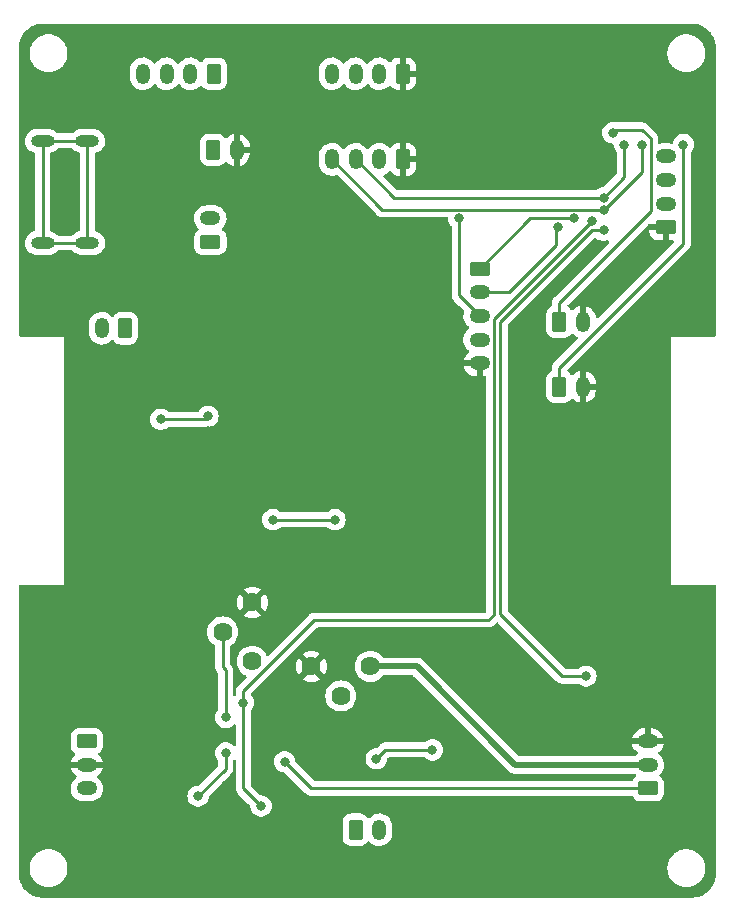
<source format=gbl>
%TF.GenerationSoftware,KiCad,Pcbnew,7.0.8*%
%TF.CreationDate,2024-05-03T09:25:26+02:00*%
%TF.ProjectId,SPROJ2 G3_1,5350524f-4a32-4204-9733-5f312e6b6963,rev?*%
%TF.SameCoordinates,Original*%
%TF.FileFunction,Copper,L2,Bot*%
%TF.FilePolarity,Positive*%
%FSLAX46Y46*%
G04 Gerber Fmt 4.6, Leading zero omitted, Abs format (unit mm)*
G04 Created by KiCad (PCBNEW 7.0.8) date 2024-05-03 09:25:26*
%MOMM*%
%LPD*%
G01*
G04 APERTURE LIST*
G04 Aperture macros list*
%AMRoundRect*
0 Rectangle with rounded corners*
0 $1 Rounding radius*
0 $2 $3 $4 $5 $6 $7 $8 $9 X,Y pos of 4 corners*
0 Add a 4 corners polygon primitive as box body*
4,1,4,$2,$3,$4,$5,$6,$7,$8,$9,$2,$3,0*
0 Add four circle primitives for the rounded corners*
1,1,$1+$1,$2,$3*
1,1,$1+$1,$4,$5*
1,1,$1+$1,$6,$7*
1,1,$1+$1,$8,$9*
0 Add four rect primitives between the rounded corners*
20,1,$1+$1,$2,$3,$4,$5,0*
20,1,$1+$1,$4,$5,$6,$7,0*
20,1,$1+$1,$6,$7,$8,$9,0*
20,1,$1+$1,$8,$9,$2,$3,0*%
G04 Aperture macros list end*
%TA.AperFunction,ComponentPad*%
%ADD10C,1.620000*%
%TD*%
%TA.AperFunction,ComponentPad*%
%ADD11RoundRect,0.250000X0.350000X0.625000X-0.350000X0.625000X-0.350000X-0.625000X0.350000X-0.625000X0*%
%TD*%
%TA.AperFunction,ComponentPad*%
%ADD12O,1.200000X1.750000*%
%TD*%
%TA.AperFunction,ComponentPad*%
%ADD13RoundRect,0.250000X0.625000X-0.350000X0.625000X0.350000X-0.625000X0.350000X-0.625000X-0.350000X0*%
%TD*%
%TA.AperFunction,ComponentPad*%
%ADD14O,1.750000X1.200000*%
%TD*%
%TA.AperFunction,ComponentPad*%
%ADD15RoundRect,0.250000X-0.350000X-0.625000X0.350000X-0.625000X0.350000X0.625000X-0.350000X0.625000X0*%
%TD*%
%TA.AperFunction,ComponentPad*%
%ADD16RoundRect,0.250000X-0.625000X0.350000X-0.625000X-0.350000X0.625000X-0.350000X0.625000X0.350000X0*%
%TD*%
%TA.AperFunction,ComponentPad*%
%ADD17O,2.000000X1.000000*%
%TD*%
%TA.AperFunction,ViaPad*%
%ADD18C,0.800000*%
%TD*%
%TA.AperFunction,Conductor*%
%ADD19C,0.500000*%
%TD*%
%TA.AperFunction,Conductor*%
%ADD20C,0.250000*%
%TD*%
G04 APERTURE END LIST*
D10*
%TO.P,P2,1,1*%
%TO.N,+5V*%
X141499999Y-121925000D03*
%TO.P,P2,2,2*%
%TO.N,INV_D_1*%
X138999999Y-124425000D03*
%TO.P,P2,3,3*%
%TO.N,GND*%
X136499999Y-121925000D03*
%TD*%
D11*
%TO.P,J8,1,Pin_1*%
%TO.N,unconnected-(J8-Pin_1-Pad1)*%
X128250000Y-71750000D03*
D12*
%TO.P,J8,2,Pin_2*%
%TO.N,unconnected-(J8-Pin_2-Pad2)*%
X126250000Y-71750000D03*
%TO.P,J8,3,Pin_3*%
%TO.N,unconnected-(J8-Pin_3-Pad3)*%
X124250000Y-71750000D03*
%TO.P,J8,4,Pin_4*%
%TO.N,unconnected-(J8-Pin_4-Pad4)*%
X122250000Y-71750000D03*
%TD*%
D13*
%TO.P,J13,1,Pin_1*%
%TO.N,+BATT*%
X127950000Y-86000000D03*
D14*
%TO.P,J13,2,Pin_2*%
%TO.N,Net-(J13-Pin_2)*%
X127950000Y-84000000D03*
%TD*%
D11*
%TO.P,J7,1,Pin_1*%
%TO.N,Net-(J7-Pin_1)*%
X120750000Y-93300000D03*
D12*
%TO.P,J7,2,Pin_2*%
%TO.N,Net-(J7-Pin_2)*%
X118750000Y-93300000D03*
%TD*%
D15*
%TO.P,J10,1,Pin_1*%
%TO.N,PD2*%
X157500000Y-98250000D03*
D12*
%TO.P,J10,2,Pin_2*%
%TO.N,GND*%
X159500000Y-98250000D03*
%TD*%
D11*
%TO.P,J2,1,Pin_1*%
%TO.N,GND*%
X144250000Y-71750000D03*
D12*
%TO.P,J2,2,Pin_2*%
%TO.N,+5V*%
X142250000Y-71750000D03*
%TO.P,J2,3,Pin_3*%
%TO.N,SCL*%
X140250000Y-71750000D03*
%TO.P,J2,4,Pin_4*%
%TO.N,SDA*%
X138250000Y-71750000D03*
%TD*%
D13*
%TO.P,J3,1,Pin_1*%
%TO.N,GND*%
X166500000Y-84750000D03*
D14*
%TO.P,J3,2,Pin_2*%
%TO.N,RX*%
X166500000Y-82750000D03*
%TO.P,J3,3,Pin_3*%
%TO.N,TX*%
X166500000Y-80750000D03*
%TO.P,J3,4,Pin_4*%
%TO.N,~{RESET}*%
X166500000Y-78750000D03*
%TD*%
D15*
%TO.P,J5,1,Pin_1*%
%TO.N,Net-(J5-Pin_1)*%
X140250000Y-135750000D03*
D12*
%TO.P,J5,2,Pin_2*%
%TO.N,INV_A*%
X142250000Y-135750000D03*
%TD*%
D13*
%TO.P,J4,1,Pin_1*%
%TO.N,Non_INV_C_1*%
X165000000Y-132251000D03*
D14*
%TO.P,J4,2,Pin_2*%
%TO.N,+5V*%
X165000000Y-130251000D03*
%TO.P,J4,3,Pin_3*%
%TO.N,GND*%
X165000000Y-128251000D03*
%TD*%
D11*
%TO.P,J1,1,Pin_1*%
%TO.N,GND*%
X144250000Y-79000000D03*
D12*
%TO.P,J1,2,Pin_2*%
%TO.N,+5V*%
X142250000Y-79000000D03*
%TO.P,J1,3,Pin_3*%
%TO.N,SCL*%
X140250000Y-79000000D03*
%TO.P,J1,4,Pin_4*%
%TO.N,SDA*%
X138250000Y-79000000D03*
%TD*%
D10*
%TO.P,P1,1,1*%
%TO.N,Out_A_1*%
X131500000Y-121500000D03*
%TO.P,P1,2,2*%
%TO.N,Net-(C15-Pad1)*%
X129000000Y-119000000D03*
%TO.P,P1,3,3*%
%TO.N,GND*%
X131500000Y-116500000D03*
%TD*%
D15*
%TO.P,J9,1,Pin_1*%
%TO.N,PD3*%
X157500000Y-92750000D03*
D12*
%TO.P,J9,2,Pin_2*%
%TO.N,GND*%
X159500000Y-92750000D03*
%TD*%
D15*
%TO.P,J6,1,Pin_1*%
%TO.N,Net-(J13-Pin_2)*%
X128200000Y-78200000D03*
D12*
%TO.P,J6,2,Pin_2*%
%TO.N,GND*%
X130200000Y-78200000D03*
%TD*%
D16*
%TO.P,J11,1,Pin_1*%
%TO.N,ADC7*%
X150750000Y-88250000D03*
D14*
%TO.P,J11,2,Pin_2*%
%TO.N,ADC6*%
X150750000Y-90250000D03*
%TO.P,J11,3,Pin_3*%
%TO.N,PD5*%
X150750000Y-92250000D03*
%TO.P,J11,4,Pin_4*%
%TO.N,+5V*%
X150750000Y-94250000D03*
%TO.P,J11,5,Pin_5*%
%TO.N,GND*%
X150750000Y-96250000D03*
%TD*%
D17*
%TO.P,J14,S1,SHIELD*%
%TO.N,Net-(J14-SHIELD-PadS1)*%
X117550000Y-77430000D03*
%TO.P,J14,S2,SHIELD*%
X117550000Y-86070000D03*
%TO.P,J14,S3,SHIELD*%
X113750000Y-77430000D03*
%TO.P,J14,S4,SHIELD*%
X113750000Y-86070000D03*
%TD*%
D16*
%TO.P,J12,1,Pin_1*%
%TO.N,Net-(J12-Pin_1)*%
X117500000Y-128250000D03*
D14*
%TO.P,J12,2,Pin_2*%
%TO.N,GND*%
X117500000Y-130250000D03*
%TO.P,J12,3,Pin_3*%
%TO.N,Net-(J12-Pin_3)*%
X117500000Y-132250000D03*
%TD*%
D18*
%TO.N,GND*%
X160500000Y-70500000D03*
X154000000Y-111000000D03*
X122250000Y-117000000D03*
X120250000Y-118000000D03*
X156000000Y-129000000D03*
X115250000Y-92750000D03*
X124000000Y-102500000D03*
X150500000Y-107750000D03*
X147250000Y-85000000D03*
X122250000Y-118000000D03*
X122250000Y-115000000D03*
X121250000Y-116000000D03*
X116000000Y-79000000D03*
X154750000Y-139025500D03*
X132250000Y-102000000D03*
X120250000Y-115000000D03*
X123250000Y-113000000D03*
X117750000Y-104500000D03*
X147250000Y-80750000D03*
X123250000Y-117000000D03*
X136500000Y-87750000D03*
X120250000Y-113000000D03*
X122250000Y-116000000D03*
X142250000Y-87250000D03*
X119250000Y-117000000D03*
X154000000Y-107750000D03*
X120250000Y-116000000D03*
X120250000Y-117000000D03*
X119250000Y-116000000D03*
X123250000Y-114000000D03*
X130750000Y-105750000D03*
X123250000Y-116000000D03*
X120250000Y-114000000D03*
X121250000Y-114000000D03*
X122250000Y-114000000D03*
X123750000Y-90500000D03*
X132250000Y-98000000D03*
X124500000Y-121250000D03*
X123250000Y-118000000D03*
X143250000Y-85500000D03*
X135000000Y-127250000D03*
X116000000Y-84500000D03*
X121250000Y-118000000D03*
X127750000Y-102000000D03*
X158000000Y-79250000D03*
X141250000Y-99750000D03*
X155500000Y-123250000D03*
X121250000Y-117000000D03*
X155500000Y-127000000D03*
X150500000Y-111000000D03*
X136500000Y-97750000D03*
X119250000Y-115000000D03*
X150250000Y-124250000D03*
X119250000Y-118000000D03*
X123750000Y-96000000D03*
X123250000Y-115000000D03*
X133250000Y-87750000D03*
X121250000Y-113000000D03*
X119250000Y-114000000D03*
X129250000Y-132000000D03*
X122250000Y-113000000D03*
X119250000Y-113000000D03*
X121250000Y-115000000D03*
%TO.N,+BATT*%
X133250000Y-109500000D03*
X138500000Y-109500000D03*
%TO.N,SCL*%
X161250000Y-82250000D03*
X163000000Y-77750000D03*
%TO.N,SDA*%
X164500000Y-77750000D03*
X161250000Y-83250000D03*
%TO.N,INV_A*%
X146750000Y-129000000D03*
X142000000Y-129750000D03*
%TO.N,ADC7*%
X158750000Y-84000000D03*
%TO.N,ADC6*%
X157349500Y-84750000D03*
%TO.N,PD2*%
X168000000Y-77750000D03*
%TO.N,Net-(Q1-D)*%
X127750000Y-100750000D03*
X123750000Y-101000000D03*
%TO.N,A1*%
X159750000Y-122750000D03*
X161250000Y-85000000D03*
%TO.N,Net-(C15-Pad1)*%
X129250000Y-126250000D03*
%TO.N,Non_INV_C_1*%
X134250000Y-130000000D03*
%TO.N,PD3*%
X162025500Y-76750000D03*
%TO.N,Non_INV_D_1*%
X126914437Y-132914437D03*
X129250000Y-129250000D03*
%TO.N,Out_C_1*%
X132250000Y-133750000D03*
X130750000Y-125000000D03*
X160250000Y-84250000D03*
%TO.N,PD5*%
X149000000Y-84000000D03*
%TD*%
D19*
%TO.N,+5V*%
X165000000Y-130251000D02*
X153751000Y-130251000D01*
X145425000Y-121925000D02*
X141499999Y-121925000D01*
X153751000Y-130251000D02*
X145425000Y-121925000D01*
D20*
%TO.N,+BATT*%
X138500000Y-109500000D02*
X133250000Y-109500000D01*
%TO.N,SCL*%
X163000000Y-77750000D02*
X163000000Y-80500000D01*
X163000000Y-80500000D02*
X161250000Y-82250000D01*
X143500000Y-82250000D02*
X161250000Y-82250000D01*
X140250000Y-79000000D02*
X143500000Y-82250000D01*
%TO.N,SDA*%
X138250000Y-79000000D02*
X142500000Y-83250000D01*
X164500000Y-80025305D02*
X161275305Y-83250000D01*
X142500000Y-83250000D02*
X161250000Y-83250000D01*
X161275305Y-83250000D02*
X161250000Y-83250000D01*
X164500000Y-77750000D02*
X164500000Y-80025305D01*
%TO.N,INV_A*%
X146750000Y-129000000D02*
X146737701Y-128987701D01*
X146737701Y-128987701D02*
X142762299Y-128987701D01*
X142762299Y-128987701D02*
X142000000Y-129750000D01*
%TO.N,ADC7*%
X155000000Y-84000000D02*
X158750000Y-84000000D01*
X150750000Y-88250000D02*
X155000000Y-84000000D01*
%TO.N,ADC6*%
X157250000Y-86250000D02*
X157250000Y-84849500D01*
X157250000Y-84849500D02*
X157349500Y-84750000D01*
X150750000Y-90250000D02*
X153250000Y-90250000D01*
X153250000Y-90250000D02*
X157250000Y-86250000D01*
%TO.N,PD2*%
X157500000Y-96625000D02*
X168000000Y-86125000D01*
X157500000Y-98250000D02*
X157500000Y-96625000D01*
X168000000Y-86125000D02*
X168000000Y-77750000D01*
%TO.N,Net-(Q1-D)*%
X123750000Y-101000000D02*
X127500000Y-101000000D01*
X127500000Y-101000000D02*
X127750000Y-100750000D01*
%TO.N,A1*%
X152500000Y-92750000D02*
X160250000Y-85000000D01*
X152500000Y-117500000D02*
X152500000Y-92750000D01*
X159750000Y-122750000D02*
X157750000Y-122750000D01*
X160250000Y-85000000D02*
X161250000Y-85000000D01*
X157750000Y-122750000D02*
X152500000Y-117500000D01*
%TO.N,Net-(C15-Pad1)*%
X129250000Y-122250000D02*
X129000000Y-122000000D01*
X129000000Y-122000000D02*
X129000000Y-119000000D01*
X129250000Y-126250000D02*
X129250000Y-122250000D01*
%TO.N,Non_INV_C_1*%
X165000000Y-132251000D02*
X136501000Y-132251000D01*
X136501000Y-132251000D02*
X134250000Y-130000000D01*
%TO.N,PD3*%
X164500000Y-76500000D02*
X162275500Y-76500000D01*
X157500000Y-91125000D02*
X165225000Y-83400000D01*
X165225000Y-83400000D02*
X165225000Y-77225000D01*
X157500000Y-92750000D02*
X157500000Y-91125000D01*
X162275500Y-76500000D02*
X162025500Y-76750000D01*
X165225000Y-77225000D02*
X164500000Y-76500000D01*
%TO.N,Non_INV_D_1*%
X126914437Y-132914437D02*
X129250000Y-130578875D01*
X129250000Y-130578875D02*
X129250000Y-129250000D01*
%TO.N,Out_C_1*%
X130750000Y-132250000D02*
X130750000Y-125000000D01*
X151500000Y-118000000D02*
X151950000Y-117550000D01*
X151950000Y-117550000D02*
X151950000Y-92550000D01*
X136750000Y-118000000D02*
X151500000Y-118000000D01*
X130750000Y-125000000D02*
X130750000Y-124000000D01*
X151950000Y-92550000D02*
X160250000Y-84250000D01*
X130750000Y-124000000D02*
X136750000Y-118000000D01*
X132250000Y-133750000D02*
X130750000Y-132250000D01*
%TO.N,PD5*%
X150750000Y-92250000D02*
X149000000Y-90500000D01*
X149000000Y-90500000D02*
X149000000Y-84000000D01*
%TO.N,Net-(J14-SHIELD-PadS1)*%
X113750000Y-77430000D02*
X113750000Y-86070000D01*
X113750000Y-86070000D02*
X117550000Y-86070000D01*
X117550000Y-77430000D02*
X117550000Y-86070000D01*
X113750000Y-77430000D02*
X117550000Y-77430000D01*
%TD*%
%TA.AperFunction,Conductor*%
%TO.N,GND*%
G36*
X165090017Y-84500000D02*
G01*
X166220440Y-84500000D01*
X166181722Y-84542059D01*
X166131449Y-84656670D01*
X166121114Y-84781395D01*
X166151837Y-84902719D01*
X166215394Y-85000000D01*
X165125001Y-85000000D01*
X165125001Y-85149986D01*
X165135494Y-85252697D01*
X165190641Y-85419119D01*
X165190643Y-85419124D01*
X165282684Y-85568345D01*
X165406654Y-85692315D01*
X165555875Y-85784356D01*
X165555880Y-85784358D01*
X165722302Y-85839505D01*
X165722309Y-85839506D01*
X165825019Y-85849999D01*
X166249999Y-85849999D01*
X166250000Y-85849998D01*
X166250000Y-85030617D01*
X166319052Y-85084363D01*
X166437424Y-85125000D01*
X166531073Y-85125000D01*
X166623446Y-85109586D01*
X166733514Y-85050019D01*
X166750000Y-85032110D01*
X166750000Y-85849999D01*
X167091048Y-85849999D01*
X167158087Y-85869684D01*
X167203842Y-85922488D01*
X167213786Y-85991646D01*
X167184761Y-86055202D01*
X167178729Y-86061680D01*
X160805087Y-92435320D01*
X160743764Y-92468805D01*
X160674072Y-92463821D01*
X160618139Y-92421949D01*
X160593967Y-92359426D01*
X160585034Y-92265877D01*
X160585033Y-92265873D01*
X160525850Y-92064313D01*
X160429586Y-91877585D01*
X160299731Y-91712462D01*
X160299728Y-91712459D01*
X160140969Y-91574894D01*
X160140958Y-91574885D01*
X159959039Y-91469855D01*
X159959032Y-91469852D01*
X159760516Y-91401144D01*
X159750000Y-91399632D01*
X159750000Y-92469382D01*
X159680948Y-92415637D01*
X159562576Y-92375000D01*
X159468927Y-92375000D01*
X159376554Y-92390414D01*
X159266486Y-92449981D01*
X159250000Y-92467889D01*
X159250000Y-91403740D01*
X159249999Y-91403740D01*
X159138594Y-91430768D01*
X159138582Y-91430772D01*
X158947497Y-91518037D01*
X158947496Y-91518038D01*
X158776380Y-91639889D01*
X158776374Y-91639895D01*
X158678520Y-91742522D01*
X158618011Y-91777457D01*
X158548220Y-91774132D01*
X158491306Y-91733604D01*
X158483238Y-91722048D01*
X158477325Y-91712462D01*
X158442712Y-91656344D01*
X158318656Y-91532288D01*
X158241001Y-91484390D01*
X158194278Y-91432443D01*
X158183055Y-91363480D01*
X158210899Y-91299398D01*
X158218407Y-91291182D01*
X164979615Y-84529973D01*
X165040936Y-84496490D01*
X165090017Y-84500000D01*
G37*
%TD.AperFunction*%
%TA.AperFunction,Conductor*%
G36*
X116278013Y-78075185D02*
G01*
X116300847Y-78094067D01*
X116394941Y-78193053D01*
X116523043Y-78282214D01*
X116561949Y-78309294D01*
X116561950Y-78309294D01*
X116561951Y-78309295D01*
X116748942Y-78389540D01*
X116825461Y-78405264D01*
X116887165Y-78438040D01*
X116921354Y-78498973D01*
X116924500Y-78526726D01*
X116924500Y-84969731D01*
X116904815Y-85036770D01*
X116852011Y-85082525D01*
X116837621Y-85088044D01*
X116653420Y-85145837D01*
X116653405Y-85145844D01*
X116475500Y-85244589D01*
X116475495Y-85244592D01*
X116321106Y-85377132D01*
X116306189Y-85396403D01*
X116249586Y-85437366D01*
X116208134Y-85444500D01*
X115089026Y-85444500D01*
X115021987Y-85424815D01*
X114999152Y-85405932D01*
X114905061Y-85306949D01*
X114905060Y-85306948D01*
X114905059Y-85306947D01*
X114738049Y-85190705D01*
X114738048Y-85190704D01*
X114738046Y-85190703D01*
X114551062Y-85110461D01*
X114551058Y-85110460D01*
X114474538Y-85094734D01*
X114412834Y-85061958D01*
X114378645Y-85001025D01*
X114375500Y-84973273D01*
X114375500Y-78530268D01*
X114395185Y-78463229D01*
X114447989Y-78417474D01*
X114462379Y-78411955D01*
X114646579Y-78354162D01*
X114646580Y-78354161D01*
X114646588Y-78354159D01*
X114824502Y-78255409D01*
X114978895Y-78122866D01*
X114993811Y-78103597D01*
X115050414Y-78062634D01*
X115091866Y-78055500D01*
X116210974Y-78055500D01*
X116278013Y-78075185D01*
G37*
%TD.AperFunction*%
%TA.AperFunction,Conductor*%
G36*
X168752019Y-67500633D02*
G01*
X168787198Y-67502938D01*
X168833708Y-67505986D01*
X169015459Y-67518985D01*
X169023100Y-67520015D01*
X169116738Y-67538641D01*
X169139420Y-67543153D01*
X169165023Y-67548722D01*
X169283666Y-67574531D01*
X169290383Y-67576395D01*
X169409437Y-67616809D01*
X169506671Y-67653076D01*
X169541741Y-67666157D01*
X169547499Y-67668643D01*
X169662952Y-67725578D01*
X169784906Y-67792170D01*
X169789634Y-67795032D01*
X169846571Y-67833076D01*
X169896649Y-67866537D01*
X169899358Y-67868454D01*
X170008652Y-67950271D01*
X170012345Y-67953265D01*
X170109502Y-68038469D01*
X170112448Y-68041228D01*
X170208769Y-68137549D01*
X170211526Y-68140492D01*
X170296729Y-68237648D01*
X170299732Y-68241353D01*
X170351564Y-68310592D01*
X170381543Y-68350639D01*
X170383461Y-68353349D01*
X170454962Y-68460357D01*
X170457828Y-68465091D01*
X170524421Y-68587047D01*
X170581355Y-68702499D01*
X170583841Y-68708257D01*
X170617142Y-68797535D01*
X170633196Y-68840578D01*
X170638289Y-68855581D01*
X170673597Y-68959596D01*
X170675472Y-68966352D01*
X170706846Y-69110579D01*
X170729980Y-69226880D01*
X170731015Y-69234560D01*
X170744017Y-69416350D01*
X170749367Y-69497966D01*
X170749500Y-69502023D01*
X170749500Y-93875500D01*
X170729815Y-93942539D01*
X170677011Y-93988294D01*
X170625500Y-93999500D01*
X166946333Y-93999500D01*
X166946127Y-93999459D01*
X166921573Y-93999459D01*
X166921474Y-93999500D01*
X166921190Y-93999616D01*
X166921188Y-93999618D01*
X166921032Y-93999999D01*
X166921049Y-94024616D01*
X166921044Y-94024616D01*
X166921073Y-94024759D01*
X166921073Y-114975467D01*
X166920989Y-114975889D01*
X166921032Y-115000001D01*
X166921073Y-115000099D01*
X166921189Y-115000382D01*
X166921191Y-115000384D01*
X166921381Y-115000462D01*
X166921573Y-115000541D01*
X166921575Y-115000539D01*
X166946189Y-115000524D01*
X166946189Y-115000528D01*
X166946333Y-115000500D01*
X170625500Y-115000500D01*
X170692539Y-115020185D01*
X170738294Y-115072989D01*
X170749500Y-115124500D01*
X170749500Y-139497975D01*
X170749367Y-139502032D01*
X170744017Y-139583648D01*
X170731015Y-139765438D01*
X170729980Y-139773118D01*
X170706846Y-139889420D01*
X170675472Y-140033646D01*
X170673597Y-140040401D01*
X170642838Y-140131017D01*
X170633208Y-140159388D01*
X170633195Y-140159425D01*
X170583841Y-140291741D01*
X170581355Y-140297499D01*
X170524421Y-140412952D01*
X170457828Y-140534907D01*
X170454961Y-140539641D01*
X170383461Y-140646649D01*
X170381543Y-140649359D01*
X170299744Y-140758631D01*
X170296723Y-140762357D01*
X170211529Y-140859502D01*
X170208755Y-140862464D01*
X170112464Y-140958755D01*
X170109502Y-140961529D01*
X170012357Y-141046723D01*
X170008631Y-141049744D01*
X169899359Y-141131543D01*
X169896649Y-141133461D01*
X169789641Y-141204961D01*
X169784907Y-141207828D01*
X169662952Y-141274421D01*
X169547499Y-141331355D01*
X169541741Y-141333841D01*
X169420956Y-141378893D01*
X169409418Y-141383197D01*
X169290401Y-141423597D01*
X169283646Y-141425472D01*
X169139420Y-141456846D01*
X169023118Y-141479980D01*
X169015438Y-141481015D01*
X168833648Y-141494017D01*
X168782582Y-141497364D01*
X168752025Y-141499367D01*
X168747976Y-141499500D01*
X113752024Y-141499500D01*
X113747974Y-141499367D01*
X113709954Y-141496875D01*
X113666350Y-141494017D01*
X113484560Y-141481015D01*
X113476880Y-141479980D01*
X113360579Y-141456846D01*
X113216352Y-141425472D01*
X113209596Y-141423597D01*
X113177881Y-141412831D01*
X113090578Y-141383196D01*
X113055768Y-141370212D01*
X112958257Y-141333841D01*
X112952499Y-141331355D01*
X112837047Y-141274421D01*
X112715091Y-141207828D01*
X112710357Y-141204962D01*
X112603349Y-141133461D01*
X112600639Y-141131543D01*
X112560592Y-141101564D01*
X112491353Y-141049732D01*
X112487648Y-141046729D01*
X112390492Y-140961526D01*
X112387549Y-140958769D01*
X112291228Y-140862448D01*
X112288469Y-140859502D01*
X112255450Y-140821851D01*
X112203265Y-140762345D01*
X112200271Y-140758652D01*
X112118454Y-140649358D01*
X112116537Y-140646649D01*
X112083719Y-140597534D01*
X112045032Y-140539634D01*
X112042170Y-140534906D01*
X111975578Y-140412952D01*
X111918643Y-140297499D01*
X111916157Y-140291741D01*
X111894956Y-140234900D01*
X111866805Y-140159425D01*
X111826395Y-140040383D01*
X111824531Y-140033666D01*
X111793153Y-139889420D01*
X111778751Y-139817018D01*
X111770015Y-139773100D01*
X111768985Y-139765459D01*
X111755986Y-139583708D01*
X111752938Y-139537198D01*
X111750633Y-139502019D01*
X111750500Y-139497964D01*
X111750500Y-138999999D01*
X112644551Y-138999999D01*
X112652275Y-139098142D01*
X112652466Y-139103008D01*
X112652466Y-139125734D01*
X112656019Y-139148167D01*
X112656592Y-139153002D01*
X112660603Y-139203959D01*
X112664317Y-139251148D01*
X112664317Y-139251151D01*
X112664318Y-139251153D01*
X112687296Y-139346867D01*
X112688246Y-139351642D01*
X112691801Y-139374090D01*
X112698824Y-139395705D01*
X112700146Y-139400390D01*
X112723127Y-139496114D01*
X112760797Y-139587057D01*
X112762482Y-139591623D01*
X112768170Y-139609126D01*
X112769507Y-139613240D01*
X112769508Y-139613243D01*
X112769509Y-139613244D01*
X112779821Y-139633484D01*
X112781858Y-139637904D01*
X112819532Y-139728857D01*
X112870973Y-139812803D01*
X112873351Y-139817048D01*
X112880514Y-139831104D01*
X112883666Y-139837290D01*
X112883667Y-139837292D01*
X112897017Y-139855667D01*
X112899722Y-139859714D01*
X112949021Y-139940163D01*
X112951164Y-139943659D01*
X112951171Y-139943667D01*
X113015094Y-140018511D01*
X113018107Y-140022332D01*
X113031469Y-140040724D01*
X113047547Y-140056802D01*
X113050832Y-140060355D01*
X113114776Y-140135224D01*
X113189639Y-140199163D01*
X113193202Y-140202457D01*
X113209276Y-140218531D01*
X113227654Y-140231883D01*
X113227665Y-140231891D01*
X113231471Y-140234891D01*
X113306341Y-140298836D01*
X113306343Y-140298837D01*
X113306344Y-140298838D01*
X113306345Y-140298839D01*
X113390277Y-140350272D01*
X113394325Y-140352977D01*
X113394335Y-140352984D01*
X113412710Y-140366334D01*
X113432961Y-140376652D01*
X113437179Y-140379014D01*
X113521141Y-140430466D01*
X113521143Y-140430466D01*
X113521145Y-140430468D01*
X113562908Y-140447766D01*
X113612101Y-140468142D01*
X113616515Y-140470178D01*
X113624608Y-140474301D01*
X113636760Y-140480493D01*
X113658380Y-140487517D01*
X113662923Y-140489194D01*
X113753889Y-140526873D01*
X113849627Y-140549857D01*
X113854289Y-140551172D01*
X113875910Y-140558198D01*
X113875911Y-140558198D01*
X113875914Y-140558199D01*
X113884646Y-140559581D01*
X113898367Y-140561754D01*
X113903107Y-140562696D01*
X113998852Y-140585683D01*
X114097024Y-140593409D01*
X114101795Y-140593974D01*
X114124271Y-140597534D01*
X114124275Y-140597534D01*
X114146992Y-140597534D01*
X114151858Y-140597725D01*
X114250000Y-140605449D01*
X114348142Y-140597725D01*
X114353008Y-140597534D01*
X114375725Y-140597534D01*
X114375729Y-140597534D01*
X114398204Y-140593974D01*
X114402975Y-140593409D01*
X114501148Y-140585683D01*
X114596897Y-140562695D01*
X114601627Y-140561755D01*
X114624090Y-140558198D01*
X114645737Y-140551164D01*
X114650351Y-140549862D01*
X114746111Y-140526873D01*
X114837090Y-140489188D01*
X114841599Y-140487524D01*
X114863240Y-140480493D01*
X114883508Y-140470165D01*
X114887863Y-140468157D01*
X114978859Y-140430466D01*
X115062833Y-140379006D01*
X115067018Y-140376662D01*
X115087290Y-140366334D01*
X115105684Y-140352969D01*
X115109707Y-140350281D01*
X115193659Y-140298836D01*
X115268547Y-140234875D01*
X115272314Y-140231906D01*
X115290724Y-140218531D01*
X115306819Y-140202435D01*
X115310347Y-140199174D01*
X115385224Y-140135224D01*
X115449174Y-140060347D01*
X115452435Y-140056819D01*
X115468531Y-140040724D01*
X115481906Y-140022314D01*
X115484875Y-140018547D01*
X115548836Y-139943659D01*
X115600281Y-139859707D01*
X115602969Y-139855684D01*
X115616334Y-139837290D01*
X115626662Y-139817018D01*
X115629006Y-139812833D01*
X115680466Y-139728859D01*
X115718157Y-139637863D01*
X115720165Y-139633508D01*
X115730493Y-139613240D01*
X115737524Y-139591599D01*
X115739188Y-139587090D01*
X115776873Y-139496111D01*
X115799862Y-139400351D01*
X115801164Y-139395737D01*
X115808198Y-139374090D01*
X115811755Y-139351627D01*
X115812695Y-139346897D01*
X115835683Y-139251148D01*
X115843409Y-139152978D01*
X115843974Y-139148201D01*
X115847534Y-139125729D01*
X115848155Y-139094043D01*
X115848334Y-139090401D01*
X115855449Y-139000000D01*
X115855449Y-138999999D01*
X166644551Y-138999999D01*
X166652275Y-139098142D01*
X166652466Y-139103008D01*
X166652466Y-139125734D01*
X166656019Y-139148167D01*
X166656592Y-139153002D01*
X166660603Y-139203959D01*
X166664317Y-139251148D01*
X166664317Y-139251151D01*
X166664318Y-139251153D01*
X166687296Y-139346867D01*
X166688246Y-139351642D01*
X166691801Y-139374090D01*
X166698824Y-139395705D01*
X166700146Y-139400390D01*
X166723127Y-139496114D01*
X166760797Y-139587057D01*
X166762482Y-139591623D01*
X166768170Y-139609126D01*
X166769507Y-139613240D01*
X166769508Y-139613243D01*
X166769509Y-139613244D01*
X166779821Y-139633484D01*
X166781858Y-139637904D01*
X166819532Y-139728857D01*
X166870973Y-139812803D01*
X166873351Y-139817048D01*
X166880514Y-139831104D01*
X166883666Y-139837290D01*
X166883667Y-139837292D01*
X166897017Y-139855667D01*
X166899722Y-139859714D01*
X166949021Y-139940163D01*
X166951164Y-139943659D01*
X166951171Y-139943667D01*
X167015094Y-140018511D01*
X167018107Y-140022332D01*
X167031469Y-140040724D01*
X167047547Y-140056802D01*
X167050832Y-140060355D01*
X167114776Y-140135224D01*
X167189639Y-140199163D01*
X167193202Y-140202457D01*
X167209276Y-140218531D01*
X167227654Y-140231883D01*
X167227665Y-140231891D01*
X167231471Y-140234891D01*
X167306341Y-140298836D01*
X167306343Y-140298837D01*
X167306344Y-140298838D01*
X167306345Y-140298839D01*
X167390277Y-140350272D01*
X167394325Y-140352977D01*
X167394335Y-140352984D01*
X167412710Y-140366334D01*
X167432961Y-140376652D01*
X167437179Y-140379014D01*
X167521141Y-140430466D01*
X167521143Y-140430466D01*
X167521145Y-140430468D01*
X167562908Y-140447766D01*
X167612101Y-140468142D01*
X167616515Y-140470178D01*
X167624608Y-140474301D01*
X167636760Y-140480493D01*
X167658380Y-140487517D01*
X167662923Y-140489194D01*
X167753889Y-140526873D01*
X167849627Y-140549857D01*
X167854289Y-140551172D01*
X167875910Y-140558198D01*
X167875911Y-140558198D01*
X167875914Y-140558199D01*
X167884646Y-140559581D01*
X167898367Y-140561754D01*
X167903107Y-140562696D01*
X167998852Y-140585683D01*
X168097024Y-140593409D01*
X168101795Y-140593974D01*
X168124271Y-140597534D01*
X168124275Y-140597534D01*
X168146992Y-140597534D01*
X168151858Y-140597725D01*
X168250000Y-140605449D01*
X168348142Y-140597725D01*
X168353008Y-140597534D01*
X168375725Y-140597534D01*
X168375729Y-140597534D01*
X168398204Y-140593974D01*
X168402975Y-140593409D01*
X168501148Y-140585683D01*
X168596897Y-140562695D01*
X168601627Y-140561755D01*
X168624090Y-140558198D01*
X168645737Y-140551164D01*
X168650351Y-140549862D01*
X168746111Y-140526873D01*
X168837090Y-140489188D01*
X168841599Y-140487524D01*
X168863240Y-140480493D01*
X168883508Y-140470165D01*
X168887863Y-140468157D01*
X168978859Y-140430466D01*
X169062833Y-140379006D01*
X169067018Y-140376662D01*
X169087290Y-140366334D01*
X169105684Y-140352969D01*
X169109707Y-140350281D01*
X169193659Y-140298836D01*
X169268547Y-140234875D01*
X169272314Y-140231906D01*
X169290724Y-140218531D01*
X169306819Y-140202435D01*
X169310347Y-140199174D01*
X169385224Y-140135224D01*
X169449174Y-140060347D01*
X169452435Y-140056819D01*
X169468531Y-140040724D01*
X169481906Y-140022314D01*
X169484875Y-140018547D01*
X169548836Y-139943659D01*
X169600281Y-139859707D01*
X169602969Y-139855684D01*
X169616334Y-139837290D01*
X169626662Y-139817018D01*
X169629006Y-139812833D01*
X169680466Y-139728859D01*
X169718157Y-139637863D01*
X169720165Y-139633508D01*
X169730493Y-139613240D01*
X169737524Y-139591599D01*
X169739188Y-139587090D01*
X169776873Y-139496111D01*
X169799862Y-139400351D01*
X169801164Y-139395737D01*
X169808198Y-139374090D01*
X169811755Y-139351627D01*
X169812695Y-139346897D01*
X169835683Y-139251148D01*
X169843409Y-139152978D01*
X169843974Y-139148201D01*
X169847534Y-139125729D01*
X169848155Y-139094043D01*
X169848334Y-139090401D01*
X169855449Y-139000000D01*
X169848333Y-138909593D01*
X169848155Y-138905946D01*
X169847979Y-138896990D01*
X169847534Y-138874271D01*
X169843974Y-138851798D01*
X169843409Y-138847021D01*
X169835683Y-138748852D01*
X169812696Y-138653107D01*
X169811753Y-138648357D01*
X169808198Y-138625913D01*
X169808198Y-138625911D01*
X169808195Y-138625903D01*
X169801172Y-138604289D01*
X169799857Y-138599627D01*
X169776873Y-138503889D01*
X169739194Y-138412923D01*
X169737517Y-138408380D01*
X169730493Y-138386760D01*
X169720178Y-138366515D01*
X169718139Y-138362093D01*
X169680468Y-138271145D01*
X169680466Y-138271141D01*
X169629014Y-138187179D01*
X169626649Y-138182955D01*
X169616337Y-138162716D01*
X169616334Y-138162710D01*
X169608039Y-138151293D01*
X169602977Y-138144325D01*
X169600272Y-138140277D01*
X169548839Y-138056345D01*
X169548838Y-138056344D01*
X169548837Y-138056343D01*
X169548836Y-138056341D01*
X169484891Y-137981471D01*
X169481891Y-137977665D01*
X169468531Y-137959276D01*
X169452453Y-137943198D01*
X169449163Y-137939639D01*
X169385224Y-137864776D01*
X169310355Y-137800832D01*
X169306799Y-137797544D01*
X169290724Y-137781469D01*
X169272332Y-137768107D01*
X169268511Y-137765094D01*
X169193667Y-137701171D01*
X169193659Y-137701164D01*
X169193654Y-137701161D01*
X169193653Y-137701160D01*
X169109714Y-137649722D01*
X169105667Y-137647017D01*
X169087292Y-137633667D01*
X169087290Y-137633666D01*
X169081104Y-137630514D01*
X169067048Y-137623351D01*
X169062803Y-137620973D01*
X168978857Y-137569532D01*
X168887904Y-137531858D01*
X168883484Y-137529821D01*
X168863244Y-137519509D01*
X168863243Y-137519508D01*
X168863240Y-137519507D01*
X168859126Y-137518170D01*
X168841623Y-137512482D01*
X168837057Y-137510797D01*
X168746114Y-137473127D01*
X168650390Y-137450146D01*
X168645705Y-137448824D01*
X168624090Y-137441801D01*
X168601642Y-137438246D01*
X168596867Y-137437296D01*
X168501152Y-137414318D01*
X168501153Y-137414318D01*
X168501151Y-137414317D01*
X168501148Y-137414317D01*
X168453959Y-137410603D01*
X168403002Y-137406592D01*
X168398167Y-137406019D01*
X168375734Y-137402466D01*
X168375729Y-137402466D01*
X168353008Y-137402466D01*
X168348142Y-137402275D01*
X168250000Y-137394551D01*
X168151858Y-137402275D01*
X168146992Y-137402466D01*
X168124271Y-137402466D01*
X168101833Y-137406019D01*
X168096998Y-137406592D01*
X167998851Y-137414317D01*
X167998844Y-137414318D01*
X167903132Y-137437296D01*
X167898357Y-137438246D01*
X167875913Y-137441801D01*
X167875903Y-137441803D01*
X167854299Y-137448823D01*
X167849612Y-137450145D01*
X167753891Y-137473125D01*
X167662938Y-137510799D01*
X167658373Y-137512483D01*
X167636757Y-137519507D01*
X167616515Y-137529820D01*
X167612098Y-137531856D01*
X167521141Y-137569534D01*
X167437201Y-137620970D01*
X167432958Y-137623347D01*
X167412716Y-137633662D01*
X167412708Y-137633667D01*
X167394330Y-137647018D01*
X167390286Y-137649720D01*
X167306339Y-137701165D01*
X167231482Y-137765098D01*
X167227660Y-137768111D01*
X167209276Y-137781469D01*
X167193198Y-137797544D01*
X167189626Y-137800846D01*
X167114775Y-137864775D01*
X167050846Y-137939626D01*
X167047544Y-137943198D01*
X167031469Y-137959276D01*
X167018111Y-137977660D01*
X167015098Y-137981482D01*
X166951165Y-138056339D01*
X166899720Y-138140286D01*
X166897018Y-138144330D01*
X166883667Y-138162708D01*
X166883662Y-138162716D01*
X166873347Y-138182958D01*
X166870970Y-138187201D01*
X166819534Y-138271141D01*
X166781856Y-138362098D01*
X166779820Y-138366515D01*
X166769507Y-138386757D01*
X166762483Y-138408373D01*
X166760799Y-138412938D01*
X166723125Y-138503891D01*
X166700145Y-138599612D01*
X166698823Y-138604299D01*
X166691803Y-138625903D01*
X166691801Y-138625913D01*
X166688246Y-138648357D01*
X166687296Y-138653132D01*
X166664318Y-138748844D01*
X166664317Y-138748851D01*
X166656592Y-138846998D01*
X166656019Y-138851833D01*
X166652466Y-138874270D01*
X166652466Y-138896990D01*
X166652275Y-138901856D01*
X166644551Y-138999999D01*
X115855449Y-138999999D01*
X115848333Y-138909593D01*
X115848155Y-138905946D01*
X115847979Y-138896990D01*
X115847534Y-138874271D01*
X115843974Y-138851798D01*
X115843409Y-138847021D01*
X115835683Y-138748852D01*
X115812696Y-138653107D01*
X115811753Y-138648357D01*
X115808198Y-138625913D01*
X115808198Y-138625911D01*
X115808195Y-138625903D01*
X115801172Y-138604289D01*
X115799857Y-138599627D01*
X115776873Y-138503889D01*
X115739194Y-138412923D01*
X115737517Y-138408380D01*
X115730493Y-138386760D01*
X115720178Y-138366515D01*
X115718139Y-138362093D01*
X115680468Y-138271145D01*
X115680466Y-138271141D01*
X115629014Y-138187179D01*
X115626649Y-138182955D01*
X115616337Y-138162716D01*
X115616334Y-138162710D01*
X115608039Y-138151293D01*
X115602977Y-138144325D01*
X115600272Y-138140277D01*
X115548839Y-138056345D01*
X115548838Y-138056344D01*
X115548837Y-138056343D01*
X115548836Y-138056341D01*
X115484891Y-137981471D01*
X115481891Y-137977665D01*
X115468531Y-137959276D01*
X115452453Y-137943198D01*
X115449163Y-137939639D01*
X115385224Y-137864776D01*
X115310355Y-137800832D01*
X115306799Y-137797544D01*
X115290724Y-137781469D01*
X115272332Y-137768107D01*
X115268511Y-137765094D01*
X115193667Y-137701171D01*
X115193659Y-137701164D01*
X115193654Y-137701161D01*
X115193653Y-137701160D01*
X115109714Y-137649722D01*
X115105667Y-137647017D01*
X115087292Y-137633667D01*
X115087290Y-137633666D01*
X115081104Y-137630514D01*
X115067048Y-137623351D01*
X115062803Y-137620973D01*
X114978857Y-137569532D01*
X114887904Y-137531858D01*
X114883484Y-137529821D01*
X114863244Y-137519509D01*
X114863243Y-137519508D01*
X114863240Y-137519507D01*
X114859126Y-137518170D01*
X114841623Y-137512482D01*
X114837057Y-137510797D01*
X114746114Y-137473127D01*
X114650390Y-137450146D01*
X114645705Y-137448824D01*
X114624090Y-137441801D01*
X114601642Y-137438246D01*
X114596867Y-137437296D01*
X114501152Y-137414318D01*
X114501153Y-137414318D01*
X114501151Y-137414317D01*
X114501148Y-137414317D01*
X114453959Y-137410603D01*
X114403002Y-137406592D01*
X114398167Y-137406019D01*
X114375734Y-137402466D01*
X114375729Y-137402466D01*
X114353008Y-137402466D01*
X114348142Y-137402275D01*
X114250000Y-137394551D01*
X114151858Y-137402275D01*
X114146992Y-137402466D01*
X114124271Y-137402466D01*
X114101833Y-137406019D01*
X114096998Y-137406592D01*
X113998851Y-137414317D01*
X113998844Y-137414318D01*
X113903132Y-137437296D01*
X113898357Y-137438246D01*
X113875913Y-137441801D01*
X113875903Y-137441803D01*
X113854299Y-137448823D01*
X113849612Y-137450145D01*
X113753891Y-137473125D01*
X113662938Y-137510799D01*
X113658373Y-137512483D01*
X113636757Y-137519507D01*
X113616515Y-137529820D01*
X113612098Y-137531856D01*
X113521141Y-137569534D01*
X113437201Y-137620970D01*
X113432958Y-137623347D01*
X113412716Y-137633662D01*
X113412708Y-137633667D01*
X113394330Y-137647018D01*
X113390286Y-137649720D01*
X113306339Y-137701165D01*
X113231482Y-137765098D01*
X113227660Y-137768111D01*
X113209276Y-137781469D01*
X113193198Y-137797544D01*
X113189626Y-137800846D01*
X113114775Y-137864775D01*
X113050846Y-137939626D01*
X113047544Y-137943198D01*
X113031469Y-137959276D01*
X113018111Y-137977660D01*
X113015098Y-137981482D01*
X112951165Y-138056339D01*
X112899720Y-138140286D01*
X112897018Y-138144330D01*
X112883667Y-138162708D01*
X112883662Y-138162716D01*
X112873347Y-138182958D01*
X112870970Y-138187201D01*
X112819534Y-138271141D01*
X112781856Y-138362098D01*
X112779820Y-138366515D01*
X112769507Y-138386757D01*
X112762483Y-138408373D01*
X112760799Y-138412938D01*
X112723125Y-138503891D01*
X112700145Y-138599612D01*
X112698823Y-138604299D01*
X112691803Y-138625903D01*
X112691801Y-138625913D01*
X112688246Y-138648357D01*
X112687296Y-138653132D01*
X112664318Y-138748844D01*
X112664317Y-138748851D01*
X112656592Y-138846998D01*
X112656019Y-138851833D01*
X112652466Y-138874270D01*
X112652466Y-138896990D01*
X112652275Y-138901856D01*
X112644551Y-138999999D01*
X111750500Y-138999999D01*
X111750500Y-136425001D01*
X139149500Y-136425001D01*
X139149501Y-136425018D01*
X139160000Y-136527796D01*
X139160001Y-136527799D01*
X139191443Y-136622682D01*
X139215186Y-136694334D01*
X139307288Y-136843656D01*
X139431344Y-136967712D01*
X139580666Y-137059814D01*
X139747203Y-137114999D01*
X139849991Y-137125500D01*
X140650008Y-137125499D01*
X140650016Y-137125498D01*
X140650019Y-137125498D01*
X140711143Y-137119254D01*
X140752797Y-137114999D01*
X140919334Y-137059814D01*
X141068656Y-136967712D01*
X141192712Y-136843656D01*
X141231815Y-136780258D01*
X141283761Y-136733535D01*
X141352723Y-136722312D01*
X141416806Y-136750155D01*
X141434824Y-136768705D01*
X141449907Y-136787885D01*
X141449909Y-136787887D01*
X141608746Y-136925521D01*
X141790750Y-137030601D01*
X141790752Y-137030601D01*
X141790756Y-137030604D01*
X141989367Y-137099344D01*
X142197398Y-137129254D01*
X142407330Y-137119254D01*
X142611576Y-137069704D01*
X142697199Y-137030601D01*
X142802743Y-136982401D01*
X142802746Y-136982399D01*
X142802753Y-136982396D01*
X142973952Y-136860486D01*
X142989999Y-136843657D01*
X143118985Y-136708379D01*
X143128010Y-136694336D01*
X143232613Y-136531572D01*
X143310725Y-136336457D01*
X143350500Y-136130085D01*
X143350500Y-135422575D01*
X143335528Y-135265782D01*
X143276316Y-135064125D01*
X143180011Y-134877318D01*
X143180009Y-134877316D01*
X143180008Y-134877313D01*
X143050094Y-134712116D01*
X143050090Y-134712112D01*
X142891253Y-134574478D01*
X142709249Y-134469398D01*
X142709245Y-134469396D01*
X142709244Y-134469396D01*
X142510633Y-134400656D01*
X142302602Y-134370746D01*
X142302598Y-134370746D01*
X142092672Y-134380745D01*
X141888421Y-134430296D01*
X141888417Y-134430298D01*
X141697256Y-134517598D01*
X141697251Y-134517601D01*
X141526046Y-134639515D01*
X141526045Y-134639515D01*
X141428249Y-134742082D01*
X141367740Y-134777017D01*
X141297949Y-134773692D01*
X141241035Y-134733164D01*
X141232967Y-134721608D01*
X141227110Y-134712112D01*
X141192712Y-134656344D01*
X141068656Y-134532288D01*
X140975888Y-134475069D01*
X140919336Y-134440187D01*
X140919331Y-134440185D01*
X140867132Y-134422888D01*
X140752797Y-134385001D01*
X140752795Y-134385000D01*
X140650010Y-134374500D01*
X139849998Y-134374500D01*
X139849980Y-134374501D01*
X139747203Y-134385000D01*
X139747200Y-134385001D01*
X139580668Y-134440185D01*
X139580663Y-134440187D01*
X139431342Y-134532289D01*
X139307289Y-134656342D01*
X139215187Y-134805663D01*
X139215186Y-134805666D01*
X139160001Y-134972203D01*
X139160001Y-134972204D01*
X139160000Y-134972204D01*
X139149500Y-135074983D01*
X139149500Y-136425001D01*
X111750500Y-136425001D01*
X111750500Y-132197401D01*
X116120746Y-132197401D01*
X116130745Y-132407327D01*
X116180296Y-132611578D01*
X116180298Y-132611582D01*
X116267598Y-132802743D01*
X116267601Y-132802748D01*
X116267602Y-132802750D01*
X116267604Y-132802753D01*
X116389514Y-132973952D01*
X116389515Y-132973953D01*
X116389520Y-132973959D01*
X116541620Y-133118985D01*
X116636578Y-133180011D01*
X116718428Y-133232613D01*
X116913543Y-133310725D01*
X117016729Y-133330612D01*
X117119914Y-133350500D01*
X117119915Y-133350500D01*
X117827419Y-133350500D01*
X117827425Y-133350500D01*
X117984218Y-133335528D01*
X118185875Y-133276316D01*
X118372682Y-133180011D01*
X118537886Y-133050092D01*
X118655432Y-132914437D01*
X126008977Y-132914437D01*
X126028763Y-133102693D01*
X126028764Y-133102696D01*
X126087255Y-133282714D01*
X126087258Y-133282721D01*
X126181904Y-133446653D01*
X126285529Y-133561740D01*
X126308566Y-133587325D01*
X126461702Y-133698585D01*
X126461707Y-133698588D01*
X126634629Y-133775579D01*
X126634634Y-133775581D01*
X126819791Y-133814937D01*
X126819792Y-133814937D01*
X127009081Y-133814937D01*
X127009083Y-133814937D01*
X127194240Y-133775581D01*
X127367167Y-133698588D01*
X127520308Y-133587325D01*
X127646970Y-133446653D01*
X127741616Y-133282721D01*
X127800111Y-133102693D01*
X127817758Y-132934781D01*
X127844341Y-132870171D01*
X127853388Y-132860075D01*
X129633787Y-131079676D01*
X129646042Y-131069861D01*
X129645859Y-131069639D01*
X129651866Y-131064667D01*
X129651877Y-131064661D01*
X129682775Y-131031757D01*
X129699227Y-131014239D01*
X129709671Y-131003793D01*
X129720120Y-130993346D01*
X129724379Y-130987853D01*
X129728152Y-130983436D01*
X129760062Y-130949457D01*
X129769713Y-130931899D01*
X129780396Y-130915636D01*
X129792673Y-130899811D01*
X129811185Y-130857028D01*
X129813738Y-130851816D01*
X129836197Y-130810967D01*
X129841180Y-130791555D01*
X129847481Y-130773155D01*
X129855437Y-130754771D01*
X129862729Y-130708727D01*
X129863906Y-130703046D01*
X129875500Y-130657894D01*
X129875500Y-130637858D01*
X129877027Y-130618458D01*
X129878027Y-130612145D01*
X129885813Y-130595720D01*
X129881523Y-130589044D01*
X129877050Y-130565778D01*
X129875775Y-130552290D01*
X129875500Y-130546452D01*
X129875500Y-129948687D01*
X129895185Y-129881648D01*
X129907336Y-129865731D01*
X129908336Y-129864620D01*
X129967816Y-129827961D01*
X130037673Y-129829279D01*
X130095728Y-129868156D01*
X130123549Y-129932248D01*
X130124500Y-129947576D01*
X130124500Y-130554109D01*
X130113256Y-130592399D01*
X130123478Y-130615655D01*
X130124500Y-130631545D01*
X130124500Y-132167255D01*
X130122775Y-132182872D01*
X130123061Y-132182899D01*
X130122326Y-132190665D01*
X130124500Y-132259814D01*
X130124500Y-132289343D01*
X130124501Y-132289360D01*
X130125368Y-132296231D01*
X130125826Y-132302050D01*
X130127290Y-132348624D01*
X130127291Y-132348627D01*
X130132880Y-132367867D01*
X130136824Y-132386911D01*
X130139336Y-132406791D01*
X130156490Y-132450119D01*
X130158382Y-132455647D01*
X130171382Y-132500390D01*
X130177439Y-132510633D01*
X130181580Y-132517634D01*
X130190136Y-132535100D01*
X130197514Y-132553732D01*
X130224898Y-132591423D01*
X130228106Y-132596307D01*
X130251827Y-132636416D01*
X130251833Y-132636424D01*
X130265990Y-132650580D01*
X130278628Y-132665376D01*
X130290405Y-132681586D01*
X130290406Y-132681587D01*
X130326309Y-132711288D01*
X130330620Y-132715210D01*
X131177149Y-133561740D01*
X131311038Y-133695629D01*
X131344523Y-133756952D01*
X131346678Y-133770348D01*
X131351365Y-133814937D01*
X131364326Y-133938256D01*
X131364327Y-133938259D01*
X131422818Y-134118277D01*
X131422821Y-134118284D01*
X131517467Y-134282216D01*
X131624111Y-134400656D01*
X131644129Y-134422888D01*
X131797265Y-134534148D01*
X131797270Y-134534151D01*
X131970192Y-134611142D01*
X131970197Y-134611144D01*
X132155354Y-134650500D01*
X132155355Y-134650500D01*
X132344644Y-134650500D01*
X132344646Y-134650500D01*
X132529803Y-134611144D01*
X132702730Y-134534151D01*
X132855871Y-134422888D01*
X132982533Y-134282216D01*
X133077179Y-134118284D01*
X133135674Y-133938256D01*
X133155460Y-133750000D01*
X133135674Y-133561744D01*
X133077179Y-133381716D01*
X132982533Y-133217784D01*
X132855871Y-133077112D01*
X132818684Y-133050094D01*
X132702734Y-132965851D01*
X132702729Y-132965848D01*
X132529807Y-132888857D01*
X132529802Y-132888855D01*
X132377282Y-132856437D01*
X132344646Y-132849500D01*
X132344645Y-132849500D01*
X132285453Y-132849500D01*
X132218414Y-132829815D01*
X132197772Y-132813181D01*
X131411819Y-132027228D01*
X131378334Y-131965905D01*
X131375500Y-131939547D01*
X131375500Y-130000000D01*
X133344540Y-130000000D01*
X133364326Y-130188256D01*
X133364327Y-130188259D01*
X133422818Y-130368277D01*
X133422821Y-130368284D01*
X133517467Y-130532216D01*
X133612588Y-130637858D01*
X133644129Y-130672888D01*
X133797265Y-130784148D01*
X133797270Y-130784151D01*
X133970192Y-130861142D01*
X133970197Y-130861144D01*
X134155354Y-130900500D01*
X134214548Y-130900500D01*
X134281587Y-130920185D01*
X134302229Y-130936819D01*
X136000194Y-132634784D01*
X136010019Y-132647048D01*
X136010240Y-132646866D01*
X136015210Y-132652873D01*
X136015213Y-132652876D01*
X136015214Y-132652877D01*
X136065651Y-132700241D01*
X136086530Y-132721120D01*
X136092004Y-132725366D01*
X136096442Y-132729156D01*
X136130418Y-132761062D01*
X136130422Y-132761064D01*
X136147973Y-132770713D01*
X136164231Y-132781392D01*
X136180064Y-132793674D01*
X136201022Y-132802743D01*
X136222837Y-132812183D01*
X136228081Y-132814752D01*
X136268908Y-132837197D01*
X136288312Y-132842179D01*
X136306710Y-132848478D01*
X136325105Y-132856438D01*
X136371129Y-132863726D01*
X136376832Y-132864907D01*
X136421981Y-132876500D01*
X136442016Y-132876500D01*
X136461413Y-132878026D01*
X136481196Y-132881160D01*
X136527584Y-132876775D01*
X136533422Y-132876500D01*
X163593942Y-132876500D01*
X163660981Y-132896185D01*
X163699479Y-132935401D01*
X163782288Y-133069656D01*
X163906344Y-133193712D01*
X164055666Y-133285814D01*
X164222203Y-133340999D01*
X164324991Y-133351500D01*
X165675008Y-133351499D01*
X165777797Y-133340999D01*
X165944334Y-133285814D01*
X166093656Y-133193712D01*
X166217712Y-133069656D01*
X166309814Y-132920334D01*
X166364999Y-132753797D01*
X166375500Y-132651009D01*
X166375499Y-131850992D01*
X166364999Y-131748203D01*
X166309814Y-131581666D01*
X166217712Y-131432344D01*
X166093656Y-131308288D01*
X166030258Y-131269184D01*
X165983535Y-131217237D01*
X165972312Y-131148274D01*
X166000156Y-131084192D01*
X166018697Y-131066181D01*
X166037886Y-131051092D01*
X166175519Y-130892256D01*
X166176269Y-130890958D01*
X166280601Y-130710249D01*
X166280600Y-130710249D01*
X166280604Y-130710244D01*
X166349344Y-130511633D01*
X166379254Y-130303602D01*
X166369254Y-130093670D01*
X166319704Y-129889424D01*
X166308884Y-129865731D01*
X166232401Y-129698256D01*
X166232398Y-129698251D01*
X166232397Y-129698250D01*
X166232396Y-129698247D01*
X166110486Y-129527048D01*
X166110484Y-129527046D01*
X166110479Y-129527040D01*
X165958379Y-129382014D01*
X165916612Y-129355172D01*
X165870857Y-129302368D01*
X165860914Y-129233210D01*
X165889939Y-129169654D01*
X165907000Y-129153386D01*
X166037542Y-129050726D01*
X166175105Y-128891969D01*
X166175114Y-128891958D01*
X166280144Y-128710039D01*
X166280147Y-128710032D01*
X166348855Y-128511517D01*
X166348855Y-128511515D01*
X166350368Y-128501000D01*
X165279560Y-128501000D01*
X165318278Y-128458941D01*
X165368551Y-128344330D01*
X165378886Y-128219605D01*
X165348163Y-128098281D01*
X165284606Y-128001000D01*
X166346257Y-128001000D01*
X166319229Y-127889590D01*
X166231959Y-127698492D01*
X166110110Y-127527380D01*
X166110104Y-127527374D01*
X165958067Y-127382407D01*
X165781342Y-127268833D01*
X165586314Y-127190755D01*
X165380038Y-127151000D01*
X165250000Y-127151000D01*
X165250000Y-127970382D01*
X165180948Y-127916637D01*
X165062576Y-127876000D01*
X164968927Y-127876000D01*
X164876554Y-127891414D01*
X164766486Y-127950981D01*
X164750000Y-127968889D01*
X164750000Y-127151000D01*
X164672602Y-127151000D01*
X164515877Y-127165965D01*
X164515873Y-127165966D01*
X164314313Y-127225149D01*
X164127585Y-127321413D01*
X163962462Y-127451268D01*
X163962459Y-127451271D01*
X163824894Y-127610030D01*
X163824885Y-127610041D01*
X163719855Y-127791960D01*
X163719852Y-127791967D01*
X163651144Y-127990482D01*
X163651144Y-127990484D01*
X163649632Y-128001000D01*
X164720440Y-128001000D01*
X164681722Y-128043059D01*
X164631449Y-128157670D01*
X164621114Y-128282395D01*
X164651837Y-128403719D01*
X164715394Y-128501000D01*
X163653742Y-128501000D01*
X163680770Y-128612409D01*
X163768040Y-128803507D01*
X163889889Y-128974619D01*
X163889895Y-128974625D01*
X164041932Y-129119592D01*
X164083357Y-129146214D01*
X164129112Y-129199018D01*
X164139056Y-129268177D01*
X164110031Y-129331732D01*
X164092970Y-129348000D01*
X163962116Y-129450905D01*
X163962113Y-129450909D01*
X163956226Y-129457703D01*
X163897448Y-129495477D01*
X163862513Y-129500500D01*
X154113230Y-129500500D01*
X154046191Y-129480815D01*
X154025549Y-129464181D01*
X146000729Y-121439361D01*
X145988949Y-121425730D01*
X145981482Y-121415701D01*
X145974612Y-121406472D01*
X145974610Y-121406470D01*
X145934587Y-121372886D01*
X145930612Y-121369244D01*
X145927690Y-121366322D01*
X145924780Y-121363411D01*
X145899040Y-121343059D01*
X145840209Y-121293694D01*
X145834180Y-121289729D01*
X145834212Y-121289680D01*
X145827853Y-121285628D01*
X145827822Y-121285679D01*
X145821680Y-121281891D01*
X145821678Y-121281890D01*
X145821677Y-121281889D01*
X145782474Y-121263608D01*
X145752058Y-121249424D01*
X145717894Y-121232267D01*
X145683433Y-121214960D01*
X145683431Y-121214959D01*
X145683430Y-121214959D01*
X145676645Y-121212489D01*
X145676665Y-121212433D01*
X145669549Y-121209959D01*
X145669531Y-121210015D01*
X145662671Y-121207742D01*
X145634841Y-121201996D01*
X145587434Y-121192207D01*
X145538472Y-121180603D01*
X145512719Y-121174499D01*
X145505547Y-121173661D01*
X145505553Y-121173601D01*
X145498055Y-121172835D01*
X145498050Y-121172895D01*
X145490860Y-121172265D01*
X145414083Y-121174500D01*
X142638869Y-121174500D01*
X142571830Y-121154815D01*
X142537295Y-121121625D01*
X142507735Y-121079409D01*
X142345590Y-120917264D01*
X142157752Y-120785738D01*
X141949929Y-120688829D01*
X141949926Y-120688828D01*
X141949924Y-120688827D01*
X141728435Y-120629479D01*
X141728428Y-120629478D01*
X141500001Y-120609494D01*
X141499997Y-120609494D01*
X141271569Y-120629478D01*
X141271562Y-120629479D01*
X141050073Y-120688827D01*
X141050069Y-120688829D01*
X140842246Y-120785738D01*
X140654408Y-120917264D01*
X140654406Y-120917265D01*
X140654403Y-120917268D01*
X140492267Y-121079404D01*
X140492264Y-121079407D01*
X140492263Y-121079409D01*
X140399132Y-121212413D01*
X140360737Y-121267247D01*
X140263829Y-121475068D01*
X140263826Y-121475074D01*
X140204478Y-121696563D01*
X140204477Y-121696570D01*
X140184493Y-121924997D01*
X140184493Y-121925002D01*
X140204477Y-122153429D01*
X140204478Y-122153436D01*
X140263826Y-122374925D01*
X140263827Y-122374927D01*
X140263828Y-122374930D01*
X140360737Y-122582753D01*
X140492263Y-122770591D01*
X140654408Y-122932736D01*
X140842246Y-123064262D01*
X141050069Y-123161171D01*
X141271564Y-123220521D01*
X141434731Y-123234796D01*
X141499997Y-123240506D01*
X141499999Y-123240506D01*
X141500001Y-123240506D01*
X141557107Y-123235509D01*
X141728434Y-123220521D01*
X141949929Y-123161171D01*
X142157752Y-123064262D01*
X142345590Y-122932736D01*
X142507735Y-122770591D01*
X142537295Y-122728375D01*
X142591872Y-122684751D01*
X142638869Y-122675500D01*
X145062770Y-122675500D01*
X145129809Y-122695185D01*
X145150451Y-122711819D01*
X153175267Y-130736634D01*
X153187048Y-130750266D01*
X153201390Y-130769530D01*
X153241420Y-130803119D01*
X153245392Y-130806759D01*
X153251223Y-130812590D01*
X153251222Y-130812590D01*
X153276944Y-130832927D01*
X153335786Y-130882302D01*
X153335794Y-130882306D01*
X153341824Y-130886273D01*
X153341790Y-130886323D01*
X153348147Y-130890372D01*
X153348179Y-130890321D01*
X153354319Y-130894108D01*
X153354323Y-130894111D01*
X153389132Y-130910343D01*
X153423941Y-130926575D01*
X153469505Y-130949458D01*
X153492567Y-130961040D01*
X153492569Y-130961040D01*
X153499357Y-130963511D01*
X153499336Y-130963567D01*
X153506455Y-130966042D01*
X153506474Y-130965986D01*
X153513323Y-130968256D01*
X153513326Y-130968256D01*
X153513327Y-130968257D01*
X153586782Y-130983423D01*
X153588550Y-130983788D01*
X153663279Y-131001500D01*
X153670452Y-131002339D01*
X153670445Y-131002397D01*
X153677946Y-131003163D01*
X153677952Y-131003104D01*
X153685140Y-131003733D01*
X153685143Y-131003732D01*
X153685144Y-131003733D01*
X153761898Y-131001500D01*
X163867715Y-131001500D01*
X163934754Y-131021185D01*
X163953285Y-131035757D01*
X163992082Y-131072750D01*
X164027017Y-131133259D01*
X164023692Y-131203050D01*
X163983164Y-131259964D01*
X163971610Y-131268031D01*
X163906344Y-131308287D01*
X163782289Y-131432342D01*
X163771454Y-131449909D01*
X163724493Y-131526046D01*
X163699481Y-131566597D01*
X163647533Y-131613321D01*
X163593942Y-131625500D01*
X136811452Y-131625500D01*
X136744413Y-131605815D01*
X136723771Y-131589181D01*
X135188960Y-130054369D01*
X135155475Y-129993046D01*
X135153323Y-129979668D01*
X135135674Y-129811744D01*
X135115612Y-129750000D01*
X141094540Y-129750000D01*
X141114326Y-129938256D01*
X141114327Y-129938259D01*
X141172818Y-130118277D01*
X141172821Y-130118284D01*
X141267467Y-130282216D01*
X141375969Y-130402719D01*
X141394129Y-130422888D01*
X141547265Y-130534148D01*
X141547270Y-130534151D01*
X141720192Y-130611142D01*
X141720197Y-130611144D01*
X141905354Y-130650500D01*
X141905355Y-130650500D01*
X142094644Y-130650500D01*
X142094646Y-130650500D01*
X142279803Y-130611144D01*
X142452730Y-130534151D01*
X142605871Y-130422888D01*
X142732533Y-130282216D01*
X142827179Y-130118284D01*
X142885674Y-129938256D01*
X142903321Y-129770344D01*
X142929904Y-129705734D01*
X142938962Y-129695627D01*
X142985073Y-129649518D01*
X143046397Y-129616034D01*
X143072752Y-129613201D01*
X146035178Y-129613201D01*
X146102217Y-129632886D01*
X146127327Y-129654228D01*
X146144128Y-129672887D01*
X146144135Y-129672893D01*
X146297265Y-129784148D01*
X146297270Y-129784151D01*
X146470192Y-129861142D01*
X146470197Y-129861144D01*
X146655354Y-129900500D01*
X146655355Y-129900500D01*
X146844644Y-129900500D01*
X146844646Y-129900500D01*
X147029803Y-129861144D01*
X147202730Y-129784151D01*
X147355871Y-129672888D01*
X147482533Y-129532216D01*
X147577179Y-129368284D01*
X147635674Y-129188256D01*
X147655460Y-129000000D01*
X147635674Y-128811744D01*
X147577179Y-128631716D01*
X147482533Y-128467784D01*
X147355871Y-128327112D01*
X147355870Y-128327111D01*
X147202734Y-128215851D01*
X147202729Y-128215848D01*
X147029807Y-128138857D01*
X147029802Y-128138855D01*
X146884001Y-128107865D01*
X146844646Y-128099500D01*
X146655354Y-128099500D01*
X146622897Y-128106398D01*
X146470197Y-128138855D01*
X146470192Y-128138857D01*
X146297270Y-128215848D01*
X146297265Y-128215851D01*
X146144130Y-128327110D01*
X146140533Y-128330350D01*
X146077542Y-128360580D01*
X146057560Y-128362201D01*
X142845042Y-128362201D01*
X142829421Y-128360476D01*
X142829394Y-128360762D01*
X142821632Y-128360027D01*
X142752471Y-128362201D01*
X142722948Y-128362201D01*
X142716077Y-128363068D01*
X142710258Y-128363526D01*
X142663673Y-128364990D01*
X142663667Y-128364991D01*
X142644425Y-128370581D01*
X142625386Y-128374524D01*
X142605516Y-128377035D01*
X142605502Y-128377038D01*
X142562182Y-128394189D01*
X142556657Y-128396081D01*
X142511912Y-128409081D01*
X142511909Y-128409082D01*
X142494665Y-128419280D01*
X142477204Y-128427834D01*
X142458573Y-128435211D01*
X142458561Y-128435218D01*
X142420869Y-128462603D01*
X142415986Y-128465810D01*
X142375879Y-128489530D01*
X142361713Y-128503696D01*
X142346923Y-128516328D01*
X142330713Y-128528105D01*
X142330710Y-128528108D01*
X142301009Y-128564010D01*
X142297076Y-128568332D01*
X142052227Y-128813182D01*
X141990907Y-128846666D01*
X141964548Y-128849500D01*
X141905354Y-128849500D01*
X141872897Y-128856398D01*
X141720197Y-128888855D01*
X141720192Y-128888857D01*
X141547270Y-128965848D01*
X141547265Y-128965851D01*
X141394129Y-129077111D01*
X141267466Y-129217785D01*
X141172821Y-129381715D01*
X141172818Y-129381722D01*
X141125602Y-129527040D01*
X141114326Y-129561744D01*
X141094540Y-129750000D01*
X135115612Y-129750000D01*
X135077179Y-129631716D01*
X134982533Y-129467784D01*
X134855871Y-129327112D01*
X134855870Y-129327111D01*
X134702734Y-129215851D01*
X134702729Y-129215848D01*
X134529807Y-129138857D01*
X134529802Y-129138855D01*
X134384001Y-129107865D01*
X134344646Y-129099500D01*
X134155354Y-129099500D01*
X134122897Y-129106398D01*
X133970197Y-129138855D01*
X133970192Y-129138857D01*
X133797270Y-129215848D01*
X133797265Y-129215851D01*
X133644129Y-129327111D01*
X133517466Y-129467785D01*
X133422821Y-129631715D01*
X133422818Y-129631722D01*
X133371079Y-129790960D01*
X133364326Y-129811744D01*
X133344540Y-130000000D01*
X131375500Y-130000000D01*
X131375500Y-125698687D01*
X131395185Y-125631648D01*
X131407350Y-125615715D01*
X131425891Y-125595122D01*
X131482533Y-125532216D01*
X131577179Y-125368284D01*
X131635674Y-125188256D01*
X131655460Y-125000000D01*
X131635674Y-124811744D01*
X131577179Y-124631716D01*
X131482533Y-124467784D01*
X131444012Y-124425002D01*
X137684493Y-124425002D01*
X137704477Y-124653429D01*
X137704478Y-124653436D01*
X137763826Y-124874925D01*
X137763827Y-124874927D01*
X137763828Y-124874930D01*
X137860737Y-125082753D01*
X137992263Y-125270591D01*
X138154408Y-125432736D01*
X138342246Y-125564262D01*
X138550069Y-125661171D01*
X138771564Y-125720521D01*
X138934731Y-125734796D01*
X138999997Y-125740506D01*
X138999999Y-125740506D01*
X139000001Y-125740506D01*
X139057107Y-125735509D01*
X139228434Y-125720521D01*
X139449929Y-125661171D01*
X139657752Y-125564262D01*
X139845590Y-125432736D01*
X140007735Y-125270591D01*
X140139261Y-125082753D01*
X140236170Y-124874930D01*
X140295520Y-124653435D01*
X140315505Y-124425000D01*
X140311941Y-124384268D01*
X140300787Y-124256766D01*
X140295520Y-124196565D01*
X140236170Y-123975070D01*
X140139261Y-123767247D01*
X140007735Y-123579409D01*
X139845590Y-123417264D01*
X139657752Y-123285738D01*
X139449929Y-123188829D01*
X139449926Y-123188828D01*
X139449924Y-123188827D01*
X139228435Y-123129479D01*
X139228428Y-123129478D01*
X139000001Y-123109494D01*
X138999997Y-123109494D01*
X138771569Y-123129478D01*
X138771562Y-123129479D01*
X138550073Y-123188827D01*
X138550069Y-123188829D01*
X138342246Y-123285738D01*
X138154408Y-123417264D01*
X138154406Y-123417265D01*
X138154403Y-123417268D01*
X137992267Y-123579404D01*
X137992264Y-123579407D01*
X137992263Y-123579409D01*
X137860737Y-123767247D01*
X137767718Y-123966729D01*
X137763829Y-123975068D01*
X137763826Y-123975074D01*
X137704478Y-124196563D01*
X137704477Y-124196570D01*
X137684493Y-124424997D01*
X137684493Y-124425002D01*
X131444012Y-124425002D01*
X131444010Y-124425000D01*
X131411680Y-124389093D01*
X131381450Y-124326101D01*
X131390076Y-124256766D01*
X131416146Y-124218443D01*
X133709590Y-121925000D01*
X135184995Y-121925000D01*
X135204972Y-122153343D01*
X135204974Y-122153353D01*
X135264296Y-122374750D01*
X135264300Y-122374759D01*
X135361171Y-122582500D01*
X135361172Y-122582502D01*
X135413792Y-122657651D01*
X135413793Y-122657652D01*
X136055548Y-122015896D01*
X136056326Y-122026265D01*
X136105886Y-122152541D01*
X136190464Y-122258599D01*
X136302546Y-122335016D01*
X136410298Y-122368253D01*
X135767345Y-123011205D01*
X135842501Y-123063828D01*
X136050239Y-123160698D01*
X136050248Y-123160702D01*
X136271645Y-123220024D01*
X136271655Y-123220026D01*
X136499998Y-123240004D01*
X136500000Y-123240004D01*
X136728342Y-123220026D01*
X136728352Y-123220024D01*
X136949749Y-123160702D01*
X136949758Y-123160698D01*
X137157498Y-123063828D01*
X137232651Y-123011205D01*
X136588231Y-122366784D01*
X136634137Y-122359865D01*
X136756356Y-122301007D01*
X136855797Y-122208740D01*
X136923624Y-122091260D01*
X136941498Y-122012946D01*
X137586204Y-122657652D01*
X137638827Y-122582499D01*
X137735697Y-122374759D01*
X137735701Y-122374750D01*
X137795023Y-122153353D01*
X137795025Y-122153343D01*
X137815003Y-121925000D01*
X137815003Y-121924999D01*
X137795025Y-121696656D01*
X137795023Y-121696646D01*
X137735701Y-121475249D01*
X137735697Y-121475240D01*
X137638827Y-121267502D01*
X137586203Y-121192346D01*
X136944448Y-121834101D01*
X136943672Y-121823735D01*
X136894112Y-121697459D01*
X136809534Y-121591401D01*
X136697452Y-121514984D01*
X136589699Y-121481746D01*
X137232651Y-120838794D01*
X137232650Y-120838793D01*
X137157501Y-120786173D01*
X137157499Y-120786172D01*
X136949758Y-120689301D01*
X136949749Y-120689297D01*
X136728352Y-120629975D01*
X136728342Y-120629973D01*
X136500000Y-120609996D01*
X136499998Y-120609996D01*
X136271655Y-120629973D01*
X136271645Y-120629975D01*
X136050248Y-120689297D01*
X136050239Y-120689301D01*
X135842494Y-120786174D01*
X135767345Y-120838792D01*
X136411768Y-121483215D01*
X136365861Y-121490135D01*
X136243642Y-121548993D01*
X136144201Y-121641260D01*
X136076374Y-121758740D01*
X136058499Y-121837054D01*
X135413791Y-121192346D01*
X135361173Y-121267495D01*
X135264300Y-121475240D01*
X135264296Y-121475249D01*
X135204974Y-121696646D01*
X135204972Y-121696656D01*
X135184995Y-121924999D01*
X135184995Y-121925000D01*
X133709590Y-121925000D01*
X136972772Y-118661819D01*
X137034095Y-118628334D01*
X137060453Y-118625500D01*
X151417257Y-118625500D01*
X151432877Y-118627224D01*
X151432904Y-118626939D01*
X151440660Y-118627671D01*
X151440667Y-118627673D01*
X151509814Y-118625500D01*
X151539350Y-118625500D01*
X151546228Y-118624630D01*
X151552041Y-118624172D01*
X151598627Y-118622709D01*
X151617869Y-118617117D01*
X151636912Y-118613174D01*
X151656792Y-118610664D01*
X151700122Y-118593507D01*
X151705646Y-118591617D01*
X151709396Y-118590527D01*
X151750390Y-118578618D01*
X151767629Y-118568422D01*
X151785103Y-118559862D01*
X151803727Y-118552488D01*
X151803727Y-118552487D01*
X151803732Y-118552486D01*
X151841449Y-118525082D01*
X151846305Y-118521892D01*
X151886420Y-118498170D01*
X151900589Y-118483999D01*
X151915379Y-118471368D01*
X151931587Y-118459594D01*
X151961299Y-118423676D01*
X151965212Y-118419376D01*
X152162321Y-118222267D01*
X152223641Y-118188785D01*
X152293333Y-118193769D01*
X152337679Y-118222269D01*
X154804236Y-120688827D01*
X157249197Y-123133788D01*
X157259022Y-123146051D01*
X157259243Y-123145869D01*
X157264214Y-123151878D01*
X157290217Y-123176295D01*
X157314635Y-123199226D01*
X157335529Y-123220120D01*
X157341011Y-123224373D01*
X157345443Y-123228157D01*
X157379418Y-123260062D01*
X157396976Y-123269714D01*
X157413235Y-123280395D01*
X157429064Y-123292673D01*
X157471838Y-123311182D01*
X157477056Y-123313738D01*
X157517908Y-123336197D01*
X157537316Y-123341180D01*
X157555717Y-123347480D01*
X157574104Y-123355437D01*
X157617488Y-123362308D01*
X157620119Y-123362725D01*
X157625839Y-123363909D01*
X157670981Y-123375500D01*
X157691016Y-123375500D01*
X157710414Y-123377026D01*
X157730194Y-123380159D01*
X157730195Y-123380160D01*
X157730195Y-123380159D01*
X157730196Y-123380160D01*
X157776584Y-123375775D01*
X157782422Y-123375500D01*
X159046252Y-123375500D01*
X159113291Y-123395185D01*
X159138400Y-123416526D01*
X159144126Y-123422885D01*
X159144130Y-123422889D01*
X159297265Y-123534148D01*
X159297270Y-123534151D01*
X159470192Y-123611142D01*
X159470197Y-123611144D01*
X159655354Y-123650500D01*
X159655355Y-123650500D01*
X159844644Y-123650500D01*
X159844646Y-123650500D01*
X160029803Y-123611144D01*
X160202730Y-123534151D01*
X160355871Y-123422888D01*
X160482533Y-123282216D01*
X160577179Y-123118284D01*
X160635674Y-122938256D01*
X160655460Y-122750000D01*
X160635674Y-122561744D01*
X160577179Y-122381716D01*
X160482533Y-122217784D01*
X160355871Y-122077112D01*
X160355870Y-122077111D01*
X160202734Y-121965851D01*
X160202729Y-121965848D01*
X160029807Y-121888857D01*
X160029802Y-121888855D01*
X159884001Y-121857865D01*
X159844646Y-121849500D01*
X159655354Y-121849500D01*
X159622897Y-121856398D01*
X159470197Y-121888855D01*
X159470192Y-121888857D01*
X159297270Y-121965848D01*
X159297265Y-121965851D01*
X159144130Y-122077110D01*
X159144126Y-122077114D01*
X159138400Y-122083474D01*
X159078913Y-122120121D01*
X159046252Y-122124500D01*
X158060453Y-122124500D01*
X157993414Y-122104815D01*
X157972772Y-122088181D01*
X153161819Y-117277228D01*
X153128334Y-117215905D01*
X153125500Y-117189547D01*
X153125500Y-93060452D01*
X153145185Y-92993413D01*
X153161819Y-92972771D01*
X156814601Y-89319989D01*
X160465301Y-85669289D01*
X160526622Y-85635806D01*
X160596314Y-85640790D01*
X160638465Y-85669464D01*
X160639299Y-85668539D01*
X160644130Y-85672889D01*
X160797265Y-85784148D01*
X160797270Y-85784151D01*
X160970192Y-85861142D01*
X160970197Y-85861144D01*
X161155354Y-85900500D01*
X161155355Y-85900500D01*
X161344644Y-85900500D01*
X161344646Y-85900500D01*
X161529803Y-85861144D01*
X161548517Y-85852811D01*
X161617765Y-85843524D01*
X161681043Y-85873150D01*
X161718259Y-85932283D01*
X161717597Y-86002150D01*
X161686637Y-86053770D01*
X157116208Y-90624199D01*
X157103951Y-90634020D01*
X157104134Y-90634241D01*
X157098123Y-90639213D01*
X157050772Y-90689636D01*
X157029889Y-90710519D01*
X157029877Y-90710532D01*
X157025621Y-90716017D01*
X157021837Y-90720447D01*
X156989937Y-90754418D01*
X156989936Y-90754420D01*
X156980284Y-90771976D01*
X156969610Y-90788226D01*
X156957329Y-90804061D01*
X156957324Y-90804068D01*
X156938815Y-90846838D01*
X156936245Y-90852084D01*
X156913803Y-90892906D01*
X156908822Y-90912307D01*
X156902521Y-90930710D01*
X156894562Y-90949102D01*
X156894561Y-90949105D01*
X156887271Y-90995127D01*
X156886087Y-91000846D01*
X156874501Y-91045972D01*
X156874500Y-91045982D01*
X156874500Y-91066016D01*
X156872973Y-91085415D01*
X156869840Y-91105194D01*
X156869840Y-91105195D01*
X156874225Y-91151583D01*
X156874500Y-91157421D01*
X156874500Y-91343942D01*
X156854815Y-91410981D01*
X156815598Y-91449479D01*
X156782565Y-91469855D01*
X156681342Y-91532289D01*
X156557289Y-91656342D01*
X156465187Y-91805663D01*
X156465185Y-91805668D01*
X156441354Y-91877585D01*
X156410001Y-91972203D01*
X156410001Y-91972204D01*
X156410000Y-91972204D01*
X156399500Y-92074983D01*
X156399500Y-93425001D01*
X156399501Y-93425018D01*
X156410000Y-93527796D01*
X156410001Y-93527799D01*
X156465185Y-93694331D01*
X156465186Y-93694334D01*
X156557288Y-93843656D01*
X156681344Y-93967712D01*
X156830666Y-94059814D01*
X156997203Y-94114999D01*
X157099991Y-94125500D01*
X157900008Y-94125499D01*
X157900016Y-94125498D01*
X157900019Y-94125498D01*
X157956302Y-94119748D01*
X158002797Y-94114999D01*
X158169334Y-94059814D01*
X158318656Y-93967712D01*
X158442712Y-93843656D01*
X158482094Y-93779806D01*
X158534040Y-93733083D01*
X158603003Y-93721860D01*
X158667085Y-93749703D01*
X158685102Y-93768251D01*
X158700272Y-93787541D01*
X158859030Y-93925105D01*
X158859041Y-93925114D01*
X159008344Y-94011313D01*
X159056559Y-94061880D01*
X159069783Y-94130487D01*
X159043815Y-94195351D01*
X159034025Y-94206381D01*
X157116207Y-96124200D01*
X157103951Y-96134020D01*
X157104134Y-96134241D01*
X157098123Y-96139213D01*
X157050772Y-96189636D01*
X157029889Y-96210519D01*
X157029877Y-96210532D01*
X157025621Y-96216017D01*
X157021837Y-96220447D01*
X156989937Y-96254418D01*
X156989936Y-96254420D01*
X156980284Y-96271976D01*
X156969610Y-96288226D01*
X156957329Y-96304061D01*
X156957324Y-96304068D01*
X156938815Y-96346838D01*
X156936245Y-96352084D01*
X156913803Y-96392906D01*
X156908822Y-96412307D01*
X156902521Y-96430710D01*
X156894562Y-96449102D01*
X156894561Y-96449105D01*
X156887271Y-96495127D01*
X156886087Y-96500846D01*
X156874501Y-96545972D01*
X156874500Y-96545982D01*
X156874500Y-96566016D01*
X156872973Y-96585415D01*
X156869840Y-96605194D01*
X156869840Y-96605195D01*
X156874225Y-96651583D01*
X156874500Y-96657421D01*
X156874500Y-96843942D01*
X156854815Y-96910981D01*
X156815598Y-96949479D01*
X156758998Y-96984391D01*
X156681342Y-97032289D01*
X156557289Y-97156342D01*
X156465187Y-97305663D01*
X156465186Y-97305666D01*
X156410001Y-97472203D01*
X156410001Y-97472204D01*
X156410000Y-97472204D01*
X156399500Y-97574983D01*
X156399500Y-98925001D01*
X156399501Y-98925018D01*
X156410000Y-99027796D01*
X156410001Y-99027799D01*
X156465185Y-99194331D01*
X156465187Y-99194336D01*
X156482164Y-99221860D01*
X156557288Y-99343656D01*
X156681344Y-99467712D01*
X156830666Y-99559814D01*
X156997203Y-99614999D01*
X157099991Y-99625500D01*
X157900008Y-99625499D01*
X157900016Y-99625498D01*
X157900019Y-99625498D01*
X157956302Y-99619748D01*
X158002797Y-99614999D01*
X158169334Y-99559814D01*
X158318656Y-99467712D01*
X158442712Y-99343656D01*
X158482094Y-99279806D01*
X158534040Y-99233083D01*
X158603003Y-99221860D01*
X158667085Y-99249703D01*
X158685102Y-99268251D01*
X158700272Y-99287541D01*
X158859030Y-99425105D01*
X158859041Y-99425114D01*
X159040960Y-99530144D01*
X159040967Y-99530147D01*
X159239487Y-99598856D01*
X159250000Y-99600367D01*
X159250000Y-98530617D01*
X159319052Y-98584363D01*
X159437424Y-98625000D01*
X159531073Y-98625000D01*
X159623446Y-98609586D01*
X159733514Y-98550019D01*
X159750000Y-98532110D01*
X159750000Y-99596257D01*
X159861409Y-99569229D01*
X160052507Y-99481959D01*
X160223619Y-99360110D01*
X160223625Y-99360104D01*
X160368592Y-99208067D01*
X160482166Y-99031342D01*
X160560244Y-98836314D01*
X160600000Y-98630037D01*
X160600000Y-98500000D01*
X159779560Y-98500000D01*
X159818278Y-98457941D01*
X159868551Y-98343330D01*
X159878886Y-98218605D01*
X159848163Y-98097281D01*
X159784606Y-98000000D01*
X160600000Y-98000000D01*
X160600000Y-97922601D01*
X160585034Y-97765877D01*
X160585033Y-97765873D01*
X160525850Y-97564313D01*
X160429586Y-97377585D01*
X160299731Y-97212462D01*
X160299728Y-97212459D01*
X160140969Y-97074894D01*
X160140958Y-97074885D01*
X159959039Y-96969855D01*
X159959032Y-96969852D01*
X159760516Y-96901144D01*
X159750000Y-96899632D01*
X159750000Y-97969382D01*
X159680948Y-97915637D01*
X159562576Y-97875000D01*
X159468927Y-97875000D01*
X159376554Y-97890414D01*
X159266486Y-97949981D01*
X159250000Y-97967889D01*
X159250000Y-96903740D01*
X159249999Y-96903740D01*
X159138594Y-96930768D01*
X159138582Y-96930772D01*
X158947497Y-97018037D01*
X158947496Y-97018038D01*
X158776380Y-97139889D01*
X158776374Y-97139895D01*
X158678520Y-97242522D01*
X158618011Y-97277457D01*
X158548220Y-97274132D01*
X158491306Y-97233604D01*
X158483238Y-97222048D01*
X158477325Y-97212462D01*
X158442712Y-97156344D01*
X158318656Y-97032288D01*
X158241001Y-96984390D01*
X158194278Y-96932443D01*
X158183055Y-96863480D01*
X158210899Y-96799398D01*
X158218407Y-96791182D01*
X168383788Y-86625801D01*
X168396042Y-86615986D01*
X168395859Y-86615764D01*
X168401866Y-86610792D01*
X168401877Y-86610786D01*
X168432775Y-86577882D01*
X168449227Y-86560364D01*
X168459671Y-86549918D01*
X168470120Y-86539471D01*
X168474379Y-86533978D01*
X168478152Y-86529561D01*
X168510062Y-86495582D01*
X168519713Y-86478024D01*
X168530396Y-86461761D01*
X168542673Y-86445936D01*
X168561185Y-86403153D01*
X168563738Y-86397941D01*
X168586197Y-86357092D01*
X168591180Y-86337680D01*
X168597481Y-86319280D01*
X168605437Y-86300896D01*
X168612729Y-86254852D01*
X168613906Y-86249171D01*
X168625500Y-86204019D01*
X168625500Y-86183983D01*
X168627027Y-86164582D01*
X168630160Y-86144804D01*
X168625775Y-86098415D01*
X168625500Y-86092577D01*
X168625500Y-78448687D01*
X168645185Y-78381648D01*
X168657350Y-78365715D01*
X168690830Y-78328531D01*
X168732533Y-78282216D01*
X168827179Y-78118284D01*
X168885674Y-77938256D01*
X168905460Y-77750000D01*
X168885674Y-77561744D01*
X168827179Y-77381716D01*
X168732533Y-77217784D01*
X168605871Y-77077112D01*
X168593616Y-77068208D01*
X168452734Y-76965851D01*
X168452729Y-76965848D01*
X168279807Y-76888857D01*
X168279802Y-76888855D01*
X168134001Y-76857865D01*
X168094646Y-76849500D01*
X167905354Y-76849500D01*
X167872897Y-76856398D01*
X167720197Y-76888855D01*
X167720192Y-76888857D01*
X167547270Y-76965848D01*
X167547265Y-76965851D01*
X167394129Y-77077111D01*
X167267466Y-77217785D01*
X167172821Y-77381715D01*
X167172818Y-77381722D01*
X167114326Y-77561742D01*
X167112976Y-77568097D01*
X167110658Y-77567604D01*
X167088172Y-77622258D01*
X167030873Y-77662241D01*
X166967970Y-77666438D01*
X166880086Y-77649500D01*
X166880085Y-77649500D01*
X166172575Y-77649500D01*
X166015782Y-77664472D01*
X166015778Y-77664473D01*
X166009426Y-77666338D01*
X165939557Y-77666333D01*
X165880781Y-77628554D01*
X165851761Y-77564996D01*
X165850500Y-77547358D01*
X165850500Y-77307742D01*
X165852224Y-77292122D01*
X165851939Y-77292096D01*
X165852671Y-77284340D01*
X165852673Y-77284333D01*
X165850500Y-77215185D01*
X165850500Y-77185650D01*
X165849631Y-77178772D01*
X165849172Y-77172943D01*
X165847709Y-77126372D01*
X165842122Y-77107144D01*
X165838174Y-77088084D01*
X165837245Y-77080728D01*
X165835664Y-77068208D01*
X165835663Y-77068206D01*
X165835663Y-77068204D01*
X165818512Y-77024887D01*
X165816619Y-77019358D01*
X165803618Y-76974609D01*
X165803616Y-76974606D01*
X165793423Y-76957371D01*
X165784861Y-76939894D01*
X165777487Y-76921270D01*
X165776457Y-76919852D01*
X165750079Y-76883545D01*
X165746888Y-76878686D01*
X165723172Y-76838583D01*
X165723165Y-76838574D01*
X165709006Y-76824415D01*
X165696368Y-76809619D01*
X165687466Y-76797366D01*
X165684594Y-76793413D01*
X165648688Y-76763709D01*
X165644376Y-76759786D01*
X165000803Y-76116212D01*
X164990980Y-76103950D01*
X164990759Y-76104134D01*
X164985786Y-76098123D01*
X164935364Y-76050773D01*
X164924919Y-76040328D01*
X164914475Y-76029883D01*
X164908986Y-76025625D01*
X164904561Y-76021847D01*
X164870582Y-75989938D01*
X164870580Y-75989936D01*
X164870577Y-75989935D01*
X164853029Y-75980288D01*
X164836763Y-75969604D01*
X164820933Y-75957325D01*
X164778168Y-75938818D01*
X164772922Y-75936248D01*
X164732093Y-75913803D01*
X164732092Y-75913802D01*
X164712693Y-75908822D01*
X164694281Y-75902518D01*
X164675898Y-75894562D01*
X164675892Y-75894560D01*
X164629874Y-75887272D01*
X164624152Y-75886087D01*
X164579021Y-75874500D01*
X164579019Y-75874500D01*
X164558984Y-75874500D01*
X164539586Y-75872973D01*
X164532116Y-75871790D01*
X164519805Y-75869840D01*
X164519804Y-75869840D01*
X164473416Y-75874225D01*
X164467578Y-75874500D01*
X162358237Y-75874500D01*
X162342620Y-75872776D01*
X162342593Y-75873062D01*
X162334831Y-75872327D01*
X162265703Y-75874500D01*
X162250794Y-75874500D01*
X162225013Y-75871790D01*
X162215839Y-75869840D01*
X162120146Y-75849500D01*
X161930854Y-75849500D01*
X161898397Y-75856398D01*
X161745697Y-75888855D01*
X161745692Y-75888857D01*
X161572770Y-75965848D01*
X161572765Y-75965851D01*
X161419629Y-76077111D01*
X161292966Y-76217785D01*
X161198321Y-76381715D01*
X161198318Y-76381722D01*
X161139827Y-76561740D01*
X161139826Y-76561744D01*
X161120040Y-76750000D01*
X161139826Y-76938256D01*
X161139827Y-76938259D01*
X161198318Y-77118277D01*
X161198321Y-77118284D01*
X161292967Y-77282216D01*
X161382563Y-77381722D01*
X161419629Y-77422888D01*
X161572765Y-77534148D01*
X161572770Y-77534151D01*
X161745692Y-77611142D01*
X161745697Y-77611144D01*
X161930854Y-77650500D01*
X161972432Y-77650500D01*
X162039471Y-77670185D01*
X162085226Y-77722989D01*
X162095752Y-77761535D01*
X162114326Y-77938256D01*
X162114327Y-77938259D01*
X162172818Y-78118277D01*
X162172821Y-78118284D01*
X162267467Y-78282216D01*
X162309170Y-78328531D01*
X162342650Y-78365715D01*
X162372880Y-78428706D01*
X162374500Y-78448687D01*
X162374500Y-80189547D01*
X162354815Y-80256586D01*
X162338181Y-80277228D01*
X161302228Y-81313181D01*
X161240905Y-81346666D01*
X161214547Y-81349500D01*
X161155354Y-81349500D01*
X161122897Y-81356398D01*
X160970197Y-81388855D01*
X160970192Y-81388857D01*
X160797270Y-81465848D01*
X160797265Y-81465851D01*
X160644130Y-81577110D01*
X160644126Y-81577114D01*
X160638400Y-81583474D01*
X160578913Y-81620121D01*
X160546252Y-81624500D01*
X143810452Y-81624500D01*
X143743413Y-81604815D01*
X143722771Y-81588181D01*
X142629888Y-80495297D01*
X142596403Y-80433974D01*
X142601387Y-80364282D01*
X142643259Y-80308349D01*
X142666049Y-80294826D01*
X142802753Y-80232396D01*
X142973952Y-80110486D01*
X143072107Y-80007543D01*
X143132615Y-79972609D01*
X143202406Y-79975933D01*
X143259320Y-80016461D01*
X143267389Y-80028016D01*
X143307684Y-80093345D01*
X143431654Y-80217315D01*
X143580875Y-80309356D01*
X143580880Y-80309358D01*
X143747302Y-80364505D01*
X143747309Y-80364506D01*
X143850019Y-80374999D01*
X143999999Y-80374999D01*
X144000000Y-80374998D01*
X144000000Y-79280617D01*
X144069052Y-79334363D01*
X144187424Y-79375000D01*
X144281073Y-79375000D01*
X144373446Y-79359586D01*
X144483514Y-79300019D01*
X144500000Y-79282110D01*
X144500000Y-80374999D01*
X144649972Y-80374999D01*
X144649986Y-80374998D01*
X144752697Y-80364505D01*
X144919119Y-80309358D01*
X144919124Y-80309356D01*
X145068345Y-80217315D01*
X145192315Y-80093345D01*
X145284356Y-79944124D01*
X145284358Y-79944119D01*
X145339505Y-79777697D01*
X145339506Y-79777690D01*
X145349999Y-79674986D01*
X145350000Y-79674973D01*
X145350000Y-79250000D01*
X144529560Y-79250000D01*
X144568278Y-79207941D01*
X144618551Y-79093330D01*
X144628886Y-78968605D01*
X144598163Y-78847281D01*
X144534606Y-78750000D01*
X145349999Y-78750000D01*
X145349999Y-78325028D01*
X145349998Y-78325013D01*
X145339505Y-78222302D01*
X145284358Y-78055880D01*
X145284356Y-78055875D01*
X145192315Y-77906654D01*
X145068345Y-77782684D01*
X144919124Y-77690643D01*
X144919119Y-77690641D01*
X144752697Y-77635494D01*
X144752690Y-77635493D01*
X144649986Y-77625000D01*
X144500000Y-77625000D01*
X144500000Y-78719382D01*
X144430948Y-78665637D01*
X144312576Y-78625000D01*
X144218927Y-78625000D01*
X144126554Y-78640414D01*
X144016486Y-78699981D01*
X144000000Y-78717889D01*
X144000000Y-77625000D01*
X143850027Y-77625000D01*
X143850012Y-77625001D01*
X143747302Y-77635494D01*
X143580880Y-77690641D01*
X143580875Y-77690643D01*
X143431654Y-77782684D01*
X143307682Y-77906656D01*
X143268513Y-77970159D01*
X143216564Y-78016883D01*
X143147602Y-78028104D01*
X143083520Y-78000260D01*
X143065504Y-77981712D01*
X143050092Y-77962114D01*
X143050090Y-77962112D01*
X142891253Y-77824478D01*
X142709249Y-77719398D01*
X142709245Y-77719396D01*
X142709244Y-77719396D01*
X142510633Y-77650656D01*
X142302602Y-77620746D01*
X142302598Y-77620746D01*
X142092672Y-77630745D01*
X141888421Y-77680296D01*
X141888417Y-77680298D01*
X141697256Y-77767598D01*
X141697251Y-77767601D01*
X141526046Y-77889515D01*
X141526040Y-77889520D01*
X141381016Y-78041618D01*
X141354458Y-78082943D01*
X141301653Y-78128697D01*
X141232494Y-78138640D01*
X141168939Y-78109614D01*
X141152673Y-78092554D01*
X141050094Y-77962116D01*
X141050090Y-77962112D01*
X140891253Y-77824478D01*
X140709249Y-77719398D01*
X140709245Y-77719396D01*
X140709244Y-77719396D01*
X140510633Y-77650656D01*
X140302602Y-77620746D01*
X140302598Y-77620746D01*
X140092672Y-77630745D01*
X139888421Y-77680296D01*
X139888417Y-77680298D01*
X139697256Y-77767598D01*
X139697251Y-77767601D01*
X139526046Y-77889515D01*
X139526040Y-77889520D01*
X139381016Y-78041618D01*
X139354458Y-78082943D01*
X139301653Y-78128697D01*
X139232494Y-78138640D01*
X139168939Y-78109614D01*
X139152673Y-78092554D01*
X139050094Y-77962116D01*
X139050090Y-77962112D01*
X138891253Y-77824478D01*
X138709249Y-77719398D01*
X138709245Y-77719396D01*
X138709244Y-77719396D01*
X138510633Y-77650656D01*
X138302602Y-77620746D01*
X138302598Y-77620746D01*
X138092672Y-77630745D01*
X137888421Y-77680296D01*
X137888417Y-77680298D01*
X137697256Y-77767598D01*
X137697251Y-77767601D01*
X137526046Y-77889515D01*
X137526040Y-77889520D01*
X137381014Y-78041620D01*
X137267388Y-78218425D01*
X137189274Y-78413544D01*
X137157186Y-78580037D01*
X137149500Y-78619915D01*
X137149500Y-79327425D01*
X137164472Y-79484218D01*
X137223684Y-79685875D01*
X137296494Y-79827108D01*
X137319991Y-79872686D01*
X137449905Y-80037883D01*
X137449909Y-80037887D01*
X137608746Y-80175521D01*
X137790750Y-80280601D01*
X137790752Y-80280601D01*
X137790756Y-80280604D01*
X137989367Y-80349344D01*
X138197398Y-80379254D01*
X138407330Y-80369254D01*
X138603084Y-80321764D01*
X138672873Y-80325089D01*
X138719998Y-80354588D01*
X141999194Y-83633784D01*
X142009019Y-83646048D01*
X142009240Y-83645866D01*
X142014210Y-83651873D01*
X142014213Y-83651876D01*
X142014214Y-83651877D01*
X142064651Y-83699241D01*
X142085530Y-83720120D01*
X142091004Y-83724366D01*
X142095442Y-83728156D01*
X142129418Y-83760062D01*
X142129422Y-83760064D01*
X142146973Y-83769713D01*
X142163231Y-83780392D01*
X142179064Y-83792674D01*
X142201015Y-83802172D01*
X142221837Y-83811183D01*
X142227081Y-83813752D01*
X142267908Y-83836197D01*
X142287312Y-83841179D01*
X142305710Y-83847478D01*
X142324105Y-83855438D01*
X142370129Y-83862726D01*
X142375832Y-83863907D01*
X142420981Y-83875500D01*
X142441016Y-83875500D01*
X142460413Y-83877026D01*
X142480196Y-83880160D01*
X142526584Y-83875775D01*
X142532422Y-83875500D01*
X147970540Y-83875500D01*
X148037579Y-83895185D01*
X148083334Y-83947989D01*
X148093256Y-83993600D01*
X148093861Y-83993537D01*
X148094438Y-83999035D01*
X148094540Y-83999500D01*
X148094540Y-83999997D01*
X148094540Y-84000000D01*
X148114326Y-84188256D01*
X148114327Y-84188259D01*
X148172818Y-84368277D01*
X148172821Y-84368284D01*
X148267467Y-84532216D01*
X148285959Y-84552753D01*
X148342650Y-84615715D01*
X148372880Y-84678706D01*
X148374500Y-84698687D01*
X148374500Y-90417255D01*
X148372775Y-90432872D01*
X148373061Y-90432899D01*
X148372326Y-90440665D01*
X148374500Y-90509814D01*
X148374500Y-90539343D01*
X148374501Y-90539360D01*
X148375368Y-90546231D01*
X148375826Y-90552050D01*
X148377290Y-90598624D01*
X148377291Y-90598627D01*
X148382880Y-90617867D01*
X148386824Y-90636911D01*
X148389336Y-90656792D01*
X148406490Y-90700119D01*
X148408382Y-90705647D01*
X148421381Y-90750388D01*
X148431580Y-90767634D01*
X148440136Y-90785100D01*
X148447514Y-90803732D01*
X148474898Y-90841423D01*
X148478106Y-90846307D01*
X148501827Y-90886416D01*
X148501833Y-90886424D01*
X148515990Y-90900580D01*
X148528628Y-90915376D01*
X148540405Y-90931586D01*
X148540406Y-90931587D01*
X148576309Y-90961288D01*
X148580620Y-90965210D01*
X148996424Y-91381014D01*
X149398252Y-91782842D01*
X149431737Y-91844165D01*
X149427751Y-91911079D01*
X149400656Y-91989364D01*
X149389408Y-92067598D01*
X149371880Y-92189515D01*
X149370746Y-92197401D01*
X149380745Y-92407327D01*
X149430296Y-92611578D01*
X149430298Y-92611582D01*
X149517598Y-92802743D01*
X149517601Y-92802748D01*
X149517602Y-92802750D01*
X149517604Y-92802753D01*
X149601034Y-92919914D01*
X149639515Y-92973953D01*
X149639520Y-92973959D01*
X149791619Y-93118984D01*
X149832941Y-93145540D01*
X149878696Y-93198344D01*
X149888640Y-93267503D01*
X149859615Y-93331059D01*
X149842555Y-93347326D01*
X149712112Y-93449909D01*
X149574478Y-93608746D01*
X149469398Y-93790750D01*
X149400656Y-93989365D01*
X149400656Y-93989367D01*
X149371041Y-94195351D01*
X149370746Y-94197401D01*
X149380745Y-94407327D01*
X149430296Y-94611578D01*
X149430298Y-94611582D01*
X149517598Y-94802743D01*
X149517601Y-94802748D01*
X149517602Y-94802750D01*
X149517604Y-94802753D01*
X149639514Y-94973952D01*
X149639515Y-94973953D01*
X149639520Y-94973959D01*
X149791619Y-95118984D01*
X149833386Y-95145826D01*
X149879141Y-95198630D01*
X149889085Y-95267789D01*
X149860060Y-95331345D01*
X149842999Y-95347612D01*
X149712462Y-95450268D01*
X149712459Y-95450271D01*
X149574894Y-95609030D01*
X149574885Y-95609041D01*
X149469855Y-95790960D01*
X149469852Y-95790967D01*
X149401144Y-95989482D01*
X149401144Y-95989484D01*
X149399632Y-96000000D01*
X150470440Y-96000000D01*
X150431722Y-96042059D01*
X150381449Y-96156670D01*
X150371114Y-96281395D01*
X150401837Y-96402719D01*
X150465394Y-96500000D01*
X149403742Y-96500000D01*
X149430770Y-96611409D01*
X149518040Y-96802507D01*
X149639889Y-96973619D01*
X149639895Y-96973625D01*
X149791932Y-97118592D01*
X149968657Y-97232166D01*
X150163685Y-97310244D01*
X150369962Y-97350000D01*
X150500000Y-97350000D01*
X150500000Y-96530617D01*
X150569052Y-96584363D01*
X150687424Y-96625000D01*
X150781073Y-96625000D01*
X150873446Y-96609586D01*
X150983514Y-96550019D01*
X151000000Y-96532110D01*
X151000000Y-97350000D01*
X151077408Y-97350000D01*
X151188712Y-97339371D01*
X151257319Y-97352593D01*
X151307887Y-97400808D01*
X151324500Y-97462809D01*
X151324500Y-117239547D01*
X151304815Y-117306586D01*
X151288181Y-117327228D01*
X151277228Y-117338181D01*
X151215905Y-117371666D01*
X151189547Y-117374500D01*
X136832737Y-117374500D01*
X136817120Y-117372776D01*
X136817093Y-117373062D01*
X136809331Y-117372327D01*
X136740203Y-117374500D01*
X136710650Y-117374500D01*
X136709929Y-117374590D01*
X136703757Y-117375369D01*
X136697945Y-117375826D01*
X136651372Y-117377290D01*
X136651369Y-117377291D01*
X136632126Y-117382881D01*
X136613083Y-117386825D01*
X136593204Y-117389336D01*
X136593203Y-117389337D01*
X136549878Y-117406490D01*
X136544352Y-117408382D01*
X136499608Y-117421383D01*
X136499604Y-117421385D01*
X136482365Y-117431580D01*
X136464898Y-117440137D01*
X136446269Y-117447512D01*
X136446267Y-117447513D01*
X136408564Y-117474906D01*
X136403682Y-117478112D01*
X136363580Y-117501828D01*
X136349408Y-117516000D01*
X136334623Y-117528628D01*
X136318412Y-117540407D01*
X136288709Y-117576310D01*
X136284777Y-117580631D01*
X132886568Y-120978839D01*
X132825245Y-121012324D01*
X132755553Y-121007340D01*
X132699620Y-120965468D01*
X132686511Y-120943575D01*
X132639262Y-120842247D01*
X132507736Y-120654409D01*
X132345591Y-120492264D01*
X132157753Y-120360738D01*
X131949930Y-120263829D01*
X131949927Y-120263828D01*
X131949925Y-120263827D01*
X131728436Y-120204479D01*
X131728429Y-120204478D01*
X131500002Y-120184494D01*
X131499998Y-120184494D01*
X131271570Y-120204478D01*
X131271563Y-120204479D01*
X131050074Y-120263827D01*
X131050070Y-120263829D01*
X130842247Y-120360738D01*
X130654409Y-120492264D01*
X130654407Y-120492265D01*
X130654404Y-120492268D01*
X130492268Y-120654404D01*
X130492265Y-120654407D01*
X130492264Y-120654409D01*
X130400306Y-120785738D01*
X130360738Y-120842247D01*
X130263830Y-121050068D01*
X130263827Y-121050074D01*
X130204479Y-121271563D01*
X130204478Y-121271570D01*
X130184494Y-121499997D01*
X130184494Y-121500002D01*
X130204478Y-121728429D01*
X130204479Y-121728436D01*
X130263827Y-121949925D01*
X130263828Y-121949927D01*
X130263829Y-121949930D01*
X130360738Y-122157753D01*
X130492264Y-122345591D01*
X130654409Y-122507736D01*
X130842247Y-122639262D01*
X130943566Y-122686507D01*
X130996001Y-122732676D01*
X131015154Y-122799870D01*
X130994939Y-122866751D01*
X130978839Y-122886568D01*
X130366208Y-123499199D01*
X130353951Y-123509020D01*
X130354134Y-123509241D01*
X130348123Y-123514213D01*
X130300772Y-123564636D01*
X130279889Y-123585519D01*
X130279877Y-123585532D01*
X130275621Y-123591017D01*
X130271837Y-123595447D01*
X130239937Y-123629418D01*
X130239936Y-123629420D01*
X130230284Y-123646976D01*
X130219610Y-123663226D01*
X130207329Y-123679061D01*
X130207324Y-123679068D01*
X130188815Y-123721838D01*
X130186245Y-123727084D01*
X130163803Y-123767906D01*
X130158822Y-123787307D01*
X130152521Y-123805710D01*
X130144562Y-123824102D01*
X130144561Y-123824105D01*
X130137271Y-123870127D01*
X130136087Y-123875846D01*
X130124501Y-123920972D01*
X130124500Y-123920982D01*
X130124500Y-123941016D01*
X130122973Y-123960416D01*
X130121973Y-123966729D01*
X130114186Y-123983152D01*
X130118477Y-123989829D01*
X130122950Y-124013095D01*
X130124225Y-124026583D01*
X130124500Y-124032421D01*
X130124500Y-124301312D01*
X130104815Y-124368351D01*
X130092664Y-124384268D01*
X130091664Y-124385379D01*
X130032184Y-124422038D01*
X129962327Y-124420720D01*
X129904272Y-124381843D01*
X129876451Y-124317751D01*
X129875500Y-124302423D01*
X129875500Y-124024764D01*
X129886743Y-123986474D01*
X129876522Y-123963219D01*
X129875500Y-123947329D01*
X129875500Y-122332737D01*
X129877224Y-122317123D01*
X129876938Y-122317096D01*
X129877672Y-122309333D01*
X129875500Y-122240202D01*
X129875500Y-122210651D01*
X129875500Y-122210650D01*
X129874629Y-122203759D01*
X129874172Y-122197945D01*
X129872709Y-122151374D01*
X129872709Y-122151372D01*
X129867120Y-122132137D01*
X129863174Y-122113084D01*
X129860664Y-122093208D01*
X129843501Y-122049859D01*
X129841614Y-122044346D01*
X129840165Y-122039360D01*
X129828617Y-121999610D01*
X129818421Y-121982369D01*
X129809860Y-121964893D01*
X129802486Y-121946269D01*
X129802486Y-121946267D01*
X129787033Y-121924999D01*
X129775083Y-121908550D01*
X129771900Y-121903705D01*
X129748170Y-121863579D01*
X129748165Y-121863573D01*
X129734005Y-121849413D01*
X129721370Y-121834620D01*
X129709593Y-121818412D01*
X129673693Y-121788713D01*
X129669381Y-121784790D01*
X129661819Y-121777228D01*
X129628334Y-121715905D01*
X129625500Y-121689547D01*
X129625500Y-120226395D01*
X129645185Y-120159356D01*
X129678371Y-120124824D01*
X129845591Y-120007736D01*
X130007736Y-119845591D01*
X130139262Y-119657753D01*
X130236171Y-119449930D01*
X130295521Y-119228435D01*
X130315506Y-119000000D01*
X130295521Y-118771565D01*
X130236171Y-118550070D01*
X130139262Y-118342247D01*
X130007736Y-118154409D01*
X129845591Y-117992264D01*
X129657753Y-117860738D01*
X129449930Y-117763829D01*
X129449927Y-117763828D01*
X129449925Y-117763827D01*
X129228436Y-117704479D01*
X129228429Y-117704478D01*
X129000002Y-117684494D01*
X128999998Y-117684494D01*
X128771570Y-117704478D01*
X128771563Y-117704479D01*
X128550074Y-117763827D01*
X128550070Y-117763829D01*
X128342247Y-117860738D01*
X128154409Y-117992264D01*
X128154407Y-117992265D01*
X128154404Y-117992268D01*
X127992268Y-118154404D01*
X127860738Y-118342247D01*
X127763830Y-118550068D01*
X127763827Y-118550074D01*
X127704479Y-118771563D01*
X127704478Y-118771570D01*
X127684494Y-118999997D01*
X127684494Y-119000002D01*
X127704478Y-119228429D01*
X127704479Y-119228436D01*
X127763827Y-119449925D01*
X127763828Y-119449927D01*
X127763829Y-119449930D01*
X127860738Y-119657753D01*
X127992264Y-119845591D01*
X128154409Y-120007736D01*
X128321626Y-120124823D01*
X128365248Y-120179397D01*
X128374500Y-120226395D01*
X128374500Y-121917255D01*
X128372775Y-121932872D01*
X128373061Y-121932899D01*
X128372326Y-121940665D01*
X128374500Y-122009814D01*
X128374500Y-122039343D01*
X128374501Y-122039360D01*
X128375368Y-122046231D01*
X128375826Y-122052050D01*
X128377290Y-122098624D01*
X128377291Y-122098627D01*
X128382880Y-122117867D01*
X128386824Y-122136911D01*
X128389336Y-122156792D01*
X128405629Y-122197945D01*
X128406490Y-122200119D01*
X128408382Y-122205647D01*
X128421381Y-122250388D01*
X128431580Y-122267634D01*
X128440138Y-122285103D01*
X128447514Y-122303732D01*
X128474898Y-122341423D01*
X128478106Y-122346307D01*
X128501827Y-122386416D01*
X128501833Y-122386424D01*
X128515990Y-122400580D01*
X128528628Y-122415376D01*
X128540405Y-122431586D01*
X128540406Y-122431587D01*
X128576308Y-122461287D01*
X128580619Y-122465209D01*
X128588181Y-122472771D01*
X128621666Y-122534094D01*
X128624500Y-122560452D01*
X128624500Y-125551312D01*
X128604815Y-125618351D01*
X128592650Y-125634284D01*
X128517466Y-125717784D01*
X128422821Y-125881715D01*
X128422818Y-125881722D01*
X128375500Y-126027354D01*
X128364326Y-126061744D01*
X128344540Y-126250000D01*
X128364326Y-126438256D01*
X128364327Y-126438259D01*
X128422818Y-126618277D01*
X128422821Y-126618284D01*
X128517467Y-126782216D01*
X128644129Y-126922888D01*
X128797265Y-127034148D01*
X128797270Y-127034151D01*
X128970192Y-127111142D01*
X128970197Y-127111144D01*
X129155354Y-127150500D01*
X129155355Y-127150500D01*
X129344644Y-127150500D01*
X129344646Y-127150500D01*
X129529803Y-127111144D01*
X129702730Y-127034151D01*
X129855871Y-126922888D01*
X129908350Y-126864603D01*
X129967837Y-126827955D01*
X130037694Y-126829286D01*
X130095742Y-126868172D01*
X130123552Y-126932269D01*
X130124500Y-126947576D01*
X130124500Y-128552423D01*
X130104815Y-128619462D01*
X130052011Y-128665217D01*
X129982853Y-128675161D01*
X129919297Y-128646136D01*
X129908351Y-128635396D01*
X129855871Y-128577112D01*
X129855870Y-128577111D01*
X129702734Y-128465851D01*
X129702729Y-128465848D01*
X129529807Y-128388857D01*
X129529802Y-128388855D01*
X129384001Y-128357865D01*
X129344646Y-128349500D01*
X129155354Y-128349500D01*
X129122897Y-128356398D01*
X128970197Y-128388855D01*
X128970192Y-128388857D01*
X128797270Y-128465848D01*
X128797265Y-128465851D01*
X128644129Y-128577111D01*
X128517466Y-128717785D01*
X128422821Y-128881715D01*
X128422818Y-128881722D01*
X128375500Y-129027354D01*
X128364326Y-129061744D01*
X128344540Y-129250000D01*
X128364326Y-129438256D01*
X128364327Y-129438259D01*
X128422818Y-129618277D01*
X128422821Y-129618284D01*
X128517467Y-129782216D01*
X128558656Y-129827961D01*
X128592650Y-129865715D01*
X128622880Y-129928706D01*
X128624500Y-129948687D01*
X128624500Y-130268421D01*
X128604815Y-130335460D01*
X128588181Y-130356102D01*
X126966665Y-131977618D01*
X126905342Y-132011103D01*
X126878984Y-132013937D01*
X126819791Y-132013937D01*
X126787334Y-132020835D01*
X126634634Y-132053292D01*
X126634629Y-132053294D01*
X126461707Y-132130285D01*
X126461702Y-132130288D01*
X126308566Y-132241548D01*
X126181903Y-132382222D01*
X126087258Y-132546152D01*
X126087255Y-132546159D01*
X126033602Y-132711288D01*
X126028763Y-132726181D01*
X126008977Y-132914437D01*
X118655432Y-132914437D01*
X118675519Y-132891256D01*
X118684039Y-132876500D01*
X118780601Y-132709249D01*
X118780600Y-132709249D01*
X118780604Y-132709244D01*
X118849344Y-132510633D01*
X118879254Y-132302602D01*
X118869254Y-132092670D01*
X118819704Y-131888424D01*
X118802612Y-131850998D01*
X118732401Y-131697256D01*
X118732398Y-131697251D01*
X118732397Y-131697250D01*
X118732396Y-131697247D01*
X118610486Y-131526048D01*
X118610484Y-131526046D01*
X118610479Y-131526040D01*
X118458379Y-131381014D01*
X118416612Y-131354172D01*
X118370857Y-131301368D01*
X118360914Y-131232210D01*
X118389939Y-131168654D01*
X118407000Y-131152386D01*
X118537542Y-131049726D01*
X118675105Y-130890969D01*
X118675114Y-130890958D01*
X118780144Y-130709039D01*
X118780147Y-130709032D01*
X118848855Y-130510517D01*
X118848855Y-130510515D01*
X118850368Y-130500000D01*
X117779560Y-130500000D01*
X117818278Y-130457941D01*
X117868551Y-130343330D01*
X117878886Y-130218605D01*
X117848163Y-130097281D01*
X117784606Y-130000000D01*
X118846257Y-130000000D01*
X118819229Y-129888590D01*
X118731959Y-129697492D01*
X118610110Y-129526380D01*
X118610099Y-129526368D01*
X118507478Y-129428520D01*
X118472542Y-129368012D01*
X118475867Y-129298221D01*
X118516395Y-129241307D01*
X118527935Y-129233248D01*
X118593656Y-129192712D01*
X118717712Y-129068656D01*
X118809814Y-128919334D01*
X118864999Y-128752797D01*
X118875500Y-128650009D01*
X118875499Y-127849992D01*
X118864999Y-127747203D01*
X118809814Y-127580666D01*
X118717712Y-127431344D01*
X118593656Y-127307288D01*
X118444334Y-127215186D01*
X118277797Y-127160001D01*
X118277795Y-127160000D01*
X118175010Y-127149500D01*
X116824998Y-127149500D01*
X116824981Y-127149501D01*
X116722203Y-127160000D01*
X116722200Y-127160001D01*
X116555668Y-127215185D01*
X116555663Y-127215187D01*
X116406342Y-127307289D01*
X116282289Y-127431342D01*
X116190187Y-127580663D01*
X116190185Y-127580668D01*
X116180452Y-127610041D01*
X116135001Y-127747203D01*
X116135001Y-127747204D01*
X116135000Y-127747204D01*
X116124500Y-127849983D01*
X116124500Y-128650001D01*
X116124501Y-128650019D01*
X116135000Y-128752796D01*
X116135001Y-128752799D01*
X116190185Y-128919331D01*
X116190187Y-128919336D01*
X116218878Y-128965851D01*
X116282288Y-129068656D01*
X116406344Y-129192712D01*
X116446994Y-129217785D01*
X116470191Y-129232093D01*
X116516916Y-129284041D01*
X116528139Y-129353003D01*
X116500295Y-129417086D01*
X116481750Y-129435100D01*
X116462461Y-129450269D01*
X116462459Y-129450271D01*
X116324894Y-129609030D01*
X116324885Y-129609041D01*
X116219855Y-129790960D01*
X116219852Y-129790967D01*
X116151144Y-129989482D01*
X116151144Y-129989484D01*
X116149632Y-130000000D01*
X117220440Y-130000000D01*
X117181722Y-130042059D01*
X117131449Y-130156670D01*
X117121114Y-130281395D01*
X117151837Y-130402719D01*
X117215394Y-130500000D01*
X116153742Y-130500000D01*
X116180770Y-130611409D01*
X116268040Y-130802507D01*
X116389889Y-130973619D01*
X116389895Y-130973625D01*
X116541932Y-131118592D01*
X116583357Y-131145214D01*
X116629112Y-131198018D01*
X116639056Y-131267177D01*
X116610031Y-131330732D01*
X116592970Y-131347000D01*
X116462116Y-131449905D01*
X116462112Y-131449909D01*
X116324478Y-131608746D01*
X116219398Y-131790750D01*
X116150656Y-131989365D01*
X116150656Y-131989367D01*
X116122835Y-132182872D01*
X116120746Y-132197401D01*
X111750500Y-132197401D01*
X111750500Y-116500000D01*
X130184996Y-116500000D01*
X130204973Y-116728343D01*
X130204975Y-116728353D01*
X130264297Y-116949750D01*
X130264301Y-116949759D01*
X130361172Y-117157500D01*
X130361173Y-117157502D01*
X130413793Y-117232651D01*
X130413794Y-117232652D01*
X131055549Y-116590896D01*
X131056327Y-116601265D01*
X131105887Y-116727541D01*
X131190465Y-116833599D01*
X131302547Y-116910016D01*
X131410299Y-116943253D01*
X130767346Y-117586205D01*
X130842502Y-117638828D01*
X131050240Y-117735698D01*
X131050249Y-117735702D01*
X131271646Y-117795024D01*
X131271656Y-117795026D01*
X131499999Y-117815004D01*
X131500001Y-117815004D01*
X131728343Y-117795026D01*
X131728353Y-117795024D01*
X131949750Y-117735702D01*
X131949759Y-117735698D01*
X132157499Y-117638828D01*
X132232652Y-117586205D01*
X131588232Y-116941784D01*
X131634138Y-116934865D01*
X131756357Y-116876007D01*
X131855798Y-116783740D01*
X131923625Y-116666260D01*
X131941499Y-116587946D01*
X132586205Y-117232652D01*
X132638828Y-117157499D01*
X132735698Y-116949759D01*
X132735702Y-116949750D01*
X132795024Y-116728353D01*
X132795026Y-116728343D01*
X132815004Y-116500000D01*
X132815004Y-116499999D01*
X132795026Y-116271656D01*
X132795024Y-116271646D01*
X132735702Y-116050249D01*
X132735698Y-116050240D01*
X132638828Y-115842502D01*
X132586204Y-115767346D01*
X131944449Y-116409101D01*
X131943673Y-116398735D01*
X131894113Y-116272459D01*
X131809535Y-116166401D01*
X131697453Y-116089984D01*
X131589700Y-116056746D01*
X132232652Y-115413794D01*
X132232651Y-115413793D01*
X132157502Y-115361173D01*
X132157500Y-115361172D01*
X131949759Y-115264301D01*
X131949750Y-115264297D01*
X131728353Y-115204975D01*
X131728343Y-115204973D01*
X131500001Y-115184996D01*
X131499999Y-115184996D01*
X131271656Y-115204973D01*
X131271646Y-115204975D01*
X131050249Y-115264297D01*
X131050240Y-115264301D01*
X130842495Y-115361174D01*
X130767346Y-115413792D01*
X131411769Y-116058215D01*
X131365862Y-116065135D01*
X131243643Y-116123993D01*
X131144202Y-116216260D01*
X131076375Y-116333740D01*
X131058500Y-116412054D01*
X130413792Y-115767346D01*
X130361174Y-115842495D01*
X130264301Y-116050240D01*
X130264297Y-116050249D01*
X130204975Y-116271646D01*
X130204973Y-116271656D01*
X130184996Y-116499999D01*
X130184996Y-116500000D01*
X111750500Y-116500000D01*
X111750500Y-115124500D01*
X111770185Y-115057461D01*
X111822989Y-115011706D01*
X111874500Y-115000500D01*
X115553667Y-115000500D01*
X115553810Y-115000528D01*
X115553811Y-115000524D01*
X115578424Y-115000539D01*
X115578427Y-115000541D01*
X115578810Y-115000383D01*
X115578927Y-115000099D01*
X115578968Y-115000000D01*
X115578967Y-114999997D01*
X115579010Y-114975889D01*
X115578927Y-114975467D01*
X115578927Y-109500000D01*
X132344540Y-109500000D01*
X132364326Y-109688256D01*
X132364327Y-109688259D01*
X132422818Y-109868277D01*
X132422821Y-109868284D01*
X132517467Y-110032216D01*
X132619185Y-110145185D01*
X132644129Y-110172888D01*
X132797265Y-110284148D01*
X132797270Y-110284151D01*
X132970192Y-110361142D01*
X132970197Y-110361144D01*
X133155354Y-110400500D01*
X133155355Y-110400500D01*
X133344644Y-110400500D01*
X133344646Y-110400500D01*
X133529803Y-110361144D01*
X133702730Y-110284151D01*
X133855871Y-110172888D01*
X133858788Y-110169647D01*
X133861600Y-110166526D01*
X133921087Y-110129879D01*
X133953748Y-110125500D01*
X137796252Y-110125500D01*
X137863291Y-110145185D01*
X137888400Y-110166526D01*
X137894126Y-110172885D01*
X137894130Y-110172889D01*
X138047265Y-110284148D01*
X138047270Y-110284151D01*
X138220192Y-110361142D01*
X138220197Y-110361144D01*
X138405354Y-110400500D01*
X138405355Y-110400500D01*
X138594644Y-110400500D01*
X138594646Y-110400500D01*
X138779803Y-110361144D01*
X138952730Y-110284151D01*
X139105871Y-110172888D01*
X139232533Y-110032216D01*
X139327179Y-109868284D01*
X139385674Y-109688256D01*
X139405460Y-109500000D01*
X139385674Y-109311744D01*
X139327179Y-109131716D01*
X139232533Y-108967784D01*
X139105871Y-108827112D01*
X139105870Y-108827111D01*
X138952734Y-108715851D01*
X138952729Y-108715848D01*
X138779807Y-108638857D01*
X138779802Y-108638855D01*
X138634001Y-108607865D01*
X138594646Y-108599500D01*
X138405354Y-108599500D01*
X138372897Y-108606398D01*
X138220197Y-108638855D01*
X138220192Y-108638857D01*
X138047270Y-108715848D01*
X138047265Y-108715851D01*
X137894130Y-108827110D01*
X137894126Y-108827114D01*
X137888400Y-108833474D01*
X137828913Y-108870121D01*
X137796252Y-108874500D01*
X133953748Y-108874500D01*
X133886709Y-108854815D01*
X133861600Y-108833474D01*
X133855873Y-108827114D01*
X133855869Y-108827110D01*
X133702734Y-108715851D01*
X133702729Y-108715848D01*
X133529807Y-108638857D01*
X133529802Y-108638855D01*
X133384001Y-108607865D01*
X133344646Y-108599500D01*
X133155354Y-108599500D01*
X133122897Y-108606398D01*
X132970197Y-108638855D01*
X132970192Y-108638857D01*
X132797270Y-108715848D01*
X132797265Y-108715851D01*
X132644129Y-108827111D01*
X132517466Y-108967785D01*
X132422821Y-109131715D01*
X132422818Y-109131722D01*
X132364327Y-109311740D01*
X132364326Y-109311744D01*
X132344540Y-109500000D01*
X115578927Y-109500000D01*
X115578927Y-101000000D01*
X122844540Y-101000000D01*
X122864326Y-101188256D01*
X122864327Y-101188259D01*
X122922818Y-101368277D01*
X122922821Y-101368284D01*
X123017467Y-101532216D01*
X123123971Y-101650500D01*
X123144129Y-101672888D01*
X123297265Y-101784148D01*
X123297270Y-101784151D01*
X123470192Y-101861142D01*
X123470197Y-101861144D01*
X123655354Y-101900500D01*
X123655355Y-101900500D01*
X123844644Y-101900500D01*
X123844646Y-101900500D01*
X124029803Y-101861144D01*
X124202730Y-101784151D01*
X124355871Y-101672888D01*
X124358788Y-101669647D01*
X124361600Y-101666526D01*
X124421087Y-101629879D01*
X124453748Y-101625500D01*
X127417257Y-101625500D01*
X127432877Y-101627224D01*
X127432904Y-101626939D01*
X127440660Y-101627671D01*
X127440667Y-101627673D01*
X127509814Y-101625500D01*
X127524706Y-101625500D01*
X127550486Y-101628209D01*
X127655354Y-101650500D01*
X127655355Y-101650500D01*
X127844644Y-101650500D01*
X127844646Y-101650500D01*
X128029803Y-101611144D01*
X128202730Y-101534151D01*
X128355871Y-101422888D01*
X128482533Y-101282216D01*
X128577179Y-101118284D01*
X128635674Y-100938256D01*
X128655460Y-100750000D01*
X128635674Y-100561744D01*
X128577179Y-100381716D01*
X128482533Y-100217784D01*
X128355871Y-100077112D01*
X128355870Y-100077111D01*
X128202734Y-99965851D01*
X128202729Y-99965848D01*
X128029807Y-99888857D01*
X128029802Y-99888855D01*
X127884001Y-99857865D01*
X127844646Y-99849500D01*
X127655354Y-99849500D01*
X127622897Y-99856398D01*
X127470197Y-99888855D01*
X127470192Y-99888857D01*
X127297270Y-99965848D01*
X127297265Y-99965851D01*
X127144129Y-100077111D01*
X127017465Y-100217785D01*
X127017463Y-100217788D01*
X126962783Y-100312499D01*
X126912217Y-100360715D01*
X126855396Y-100374500D01*
X124453748Y-100374500D01*
X124386709Y-100354815D01*
X124361600Y-100333474D01*
X124355873Y-100327114D01*
X124355869Y-100327110D01*
X124202734Y-100215851D01*
X124202729Y-100215848D01*
X124029807Y-100138857D01*
X124029802Y-100138855D01*
X123884001Y-100107865D01*
X123844646Y-100099500D01*
X123655354Y-100099500D01*
X123622897Y-100106398D01*
X123470197Y-100138855D01*
X123470192Y-100138857D01*
X123297270Y-100215848D01*
X123297265Y-100215851D01*
X123144129Y-100327111D01*
X123017466Y-100467785D01*
X122922821Y-100631715D01*
X122922818Y-100631722D01*
X122864327Y-100811740D01*
X122864326Y-100811744D01*
X122844540Y-101000000D01*
X115578927Y-101000000D01*
X115578927Y-94024759D01*
X115578955Y-94024616D01*
X115578951Y-94024616D01*
X115578966Y-94000002D01*
X115578968Y-94000000D01*
X115578889Y-93999808D01*
X115578811Y-93999618D01*
X115578809Y-93999616D01*
X115578526Y-93999500D01*
X115578427Y-93999459D01*
X115553873Y-93999459D01*
X115553667Y-93999500D01*
X111874500Y-93999500D01*
X111807461Y-93979815D01*
X111761706Y-93927011D01*
X111750500Y-93875500D01*
X111750500Y-93627425D01*
X117649500Y-93627425D01*
X117659589Y-93733083D01*
X117664472Y-93784217D01*
X117664473Y-93784221D01*
X117720495Y-93975016D01*
X117723684Y-93985875D01*
X117743730Y-94024759D01*
X117819991Y-94172686D01*
X117949905Y-94337883D01*
X117949909Y-94337887D01*
X118108746Y-94475521D01*
X118290750Y-94580601D01*
X118290752Y-94580601D01*
X118290756Y-94580604D01*
X118489367Y-94649344D01*
X118697398Y-94679254D01*
X118907330Y-94669254D01*
X119111576Y-94619704D01*
X119197199Y-94580601D01*
X119302743Y-94532401D01*
X119302746Y-94532399D01*
X119302753Y-94532396D01*
X119473952Y-94410486D01*
X119571751Y-94307916D01*
X119632258Y-94272983D01*
X119702049Y-94276307D01*
X119758963Y-94316835D01*
X119767030Y-94328388D01*
X119807288Y-94393656D01*
X119931344Y-94517712D01*
X120080666Y-94609814D01*
X120247203Y-94664999D01*
X120349991Y-94675500D01*
X121150008Y-94675499D01*
X121150016Y-94675498D01*
X121150019Y-94675498D01*
X121211143Y-94669254D01*
X121252797Y-94664999D01*
X121419334Y-94609814D01*
X121568656Y-94517712D01*
X121692712Y-94393656D01*
X121784814Y-94244334D01*
X121839999Y-94077797D01*
X121850500Y-93975009D01*
X121850499Y-92624992D01*
X121839999Y-92522203D01*
X121784814Y-92355666D01*
X121692712Y-92206344D01*
X121568656Y-92082288D01*
X121475888Y-92025069D01*
X121419336Y-91990187D01*
X121419331Y-91990185D01*
X121389488Y-91980296D01*
X121252797Y-91935001D01*
X121252795Y-91935000D01*
X121150010Y-91924500D01*
X120349998Y-91924500D01*
X120349980Y-91924501D01*
X120247203Y-91935000D01*
X120247200Y-91935001D01*
X120080668Y-91990185D01*
X120080663Y-91990187D01*
X119931342Y-92082289D01*
X119807288Y-92206343D01*
X119807285Y-92206347D01*
X119768184Y-92269740D01*
X119716236Y-92316465D01*
X119647274Y-92327686D01*
X119583192Y-92299843D01*
X119565175Y-92281294D01*
X119550092Y-92262114D01*
X119550090Y-92262112D01*
X119391253Y-92124478D01*
X119209249Y-92019398D01*
X119209245Y-92019396D01*
X119209244Y-92019396D01*
X119010633Y-91950656D01*
X118802602Y-91920746D01*
X118802598Y-91920746D01*
X118592672Y-91930745D01*
X118388421Y-91980296D01*
X118388417Y-91980298D01*
X118197256Y-92067598D01*
X118197251Y-92067601D01*
X118026046Y-92189515D01*
X118026040Y-92189520D01*
X117881014Y-92341620D01*
X117767388Y-92518425D01*
X117689274Y-92713544D01*
X117657964Y-92876000D01*
X117649500Y-92919915D01*
X117649500Y-93627425D01*
X111750500Y-93627425D01*
X111750500Y-86120936D01*
X112245631Y-86120936D01*
X112276442Y-86322063D01*
X112276445Y-86322075D01*
X112347111Y-86512881D01*
X112347113Y-86512884D01*
X112347114Y-86512887D01*
X112393005Y-86586513D01*
X112454745Y-86685567D01*
X112454749Y-86685572D01*
X112581255Y-86818656D01*
X112594941Y-86833053D01*
X112723344Y-86922424D01*
X112761949Y-86949294D01*
X112761950Y-86949294D01*
X112761951Y-86949295D01*
X112948942Y-87029540D01*
X113148259Y-87070500D01*
X114300743Y-87070500D01*
X114452439Y-87055074D01*
X114646579Y-86994162D01*
X114646580Y-86994161D01*
X114646588Y-86994159D01*
X114824502Y-86895409D01*
X114978895Y-86762866D01*
X114993811Y-86743597D01*
X115050414Y-86702634D01*
X115091866Y-86695500D01*
X116210974Y-86695500D01*
X116278013Y-86715185D01*
X116300848Y-86734068D01*
X116381255Y-86818656D01*
X116394941Y-86833053D01*
X116523344Y-86922424D01*
X116561949Y-86949294D01*
X116561950Y-86949294D01*
X116561951Y-86949295D01*
X116748942Y-87029540D01*
X116948259Y-87070500D01*
X118100743Y-87070500D01*
X118252439Y-87055074D01*
X118446579Y-86994162D01*
X118446580Y-86994161D01*
X118446588Y-86994159D01*
X118624502Y-86895409D01*
X118778895Y-86762866D01*
X118903448Y-86601958D01*
X118993060Y-86419271D01*
X119044063Y-86222285D01*
X119054369Y-86019064D01*
X119023556Y-85817929D01*
X118977034Y-85692315D01*
X118952888Y-85627118D01*
X118952887Y-85627117D01*
X118952886Y-85627113D01*
X118845252Y-85454429D01*
X118705059Y-85306947D01*
X118538049Y-85190705D01*
X118538048Y-85190704D01*
X118538046Y-85190703D01*
X118351062Y-85110461D01*
X118351058Y-85110460D01*
X118274538Y-85094734D01*
X118212834Y-85061958D01*
X118178645Y-85001025D01*
X118175500Y-84973273D01*
X118175500Y-83947401D01*
X126570746Y-83947401D01*
X126580745Y-84157327D01*
X126630296Y-84361578D01*
X126630298Y-84361582D01*
X126717598Y-84552743D01*
X126717601Y-84552748D01*
X126717602Y-84552750D01*
X126717604Y-84552753D01*
X126839514Y-84723952D01*
X126839515Y-84723953D01*
X126942082Y-84821750D01*
X126977017Y-84882259D01*
X126973692Y-84952049D01*
X126933164Y-85008963D01*
X126921610Y-85017031D01*
X126856344Y-85057287D01*
X126732289Y-85181342D01*
X126640187Y-85330663D01*
X126640185Y-85330668D01*
X126624789Y-85377132D01*
X126585001Y-85497203D01*
X126585001Y-85497204D01*
X126585000Y-85497204D01*
X126574500Y-85599983D01*
X126574500Y-86400001D01*
X126574501Y-86400019D01*
X126585000Y-86502796D01*
X126585001Y-86502799D01*
X126640185Y-86669331D01*
X126640187Y-86669336D01*
X126656325Y-86695500D01*
X126732288Y-86818656D01*
X126856344Y-86942712D01*
X127005666Y-87034814D01*
X127172203Y-87089999D01*
X127274991Y-87100500D01*
X128625008Y-87100499D01*
X128727797Y-87089999D01*
X128894334Y-87034814D01*
X129043656Y-86942712D01*
X129167712Y-86818656D01*
X129259814Y-86669334D01*
X129314999Y-86502797D01*
X129325500Y-86400009D01*
X129325499Y-85599992D01*
X129314999Y-85497203D01*
X129259814Y-85330666D01*
X129167712Y-85181344D01*
X129043656Y-85057288D01*
X128980258Y-85018184D01*
X128933535Y-84966237D01*
X128922312Y-84897274D01*
X128950156Y-84833192D01*
X128968697Y-84815181D01*
X128987886Y-84800092D01*
X129125519Y-84641256D01*
X129131024Y-84631722D01*
X129230601Y-84459249D01*
X129230600Y-84459249D01*
X129230604Y-84459244D01*
X129299344Y-84260633D01*
X129329254Y-84052602D01*
X129319254Y-83842670D01*
X129269704Y-83638424D01*
X129267585Y-83633784D01*
X129182401Y-83447256D01*
X129182398Y-83447251D01*
X129182397Y-83447250D01*
X129182396Y-83447247D01*
X129060486Y-83276048D01*
X129060484Y-83276046D01*
X129060479Y-83276040D01*
X128908379Y-83131014D01*
X128731574Y-83017388D01*
X128536455Y-82939274D01*
X128330086Y-82899500D01*
X128330085Y-82899500D01*
X127622575Y-82899500D01*
X127465782Y-82914472D01*
X127465778Y-82914473D01*
X127264127Y-82973683D01*
X127077313Y-83069991D01*
X126912116Y-83199905D01*
X126912112Y-83199909D01*
X126774478Y-83358746D01*
X126669398Y-83540750D01*
X126600656Y-83739365D01*
X126600656Y-83739367D01*
X126579605Y-83885786D01*
X126570746Y-83947401D01*
X118175500Y-83947401D01*
X118175500Y-78875001D01*
X127099500Y-78875001D01*
X127099501Y-78875018D01*
X127110000Y-78977796D01*
X127110001Y-78977799D01*
X127165185Y-79144331D01*
X127165187Y-79144336D01*
X127182164Y-79171860D01*
X127257288Y-79293656D01*
X127381344Y-79417712D01*
X127530666Y-79509814D01*
X127697203Y-79564999D01*
X127799991Y-79575500D01*
X128600008Y-79575499D01*
X128600016Y-79575498D01*
X128600019Y-79575498D01*
X128656302Y-79569748D01*
X128702797Y-79564999D01*
X128869334Y-79509814D01*
X129018656Y-79417712D01*
X129142712Y-79293656D01*
X129182094Y-79229806D01*
X129234040Y-79183083D01*
X129303003Y-79171860D01*
X129367085Y-79199703D01*
X129385102Y-79218251D01*
X129400272Y-79237541D01*
X129559030Y-79375105D01*
X129559041Y-79375114D01*
X129740960Y-79480144D01*
X129740967Y-79480147D01*
X129939487Y-79548856D01*
X129950000Y-79550367D01*
X129950000Y-78480617D01*
X130019052Y-78534363D01*
X130137424Y-78575000D01*
X130231073Y-78575000D01*
X130323446Y-78559586D01*
X130433514Y-78500019D01*
X130450000Y-78482110D01*
X130450000Y-79546257D01*
X130561409Y-79519229D01*
X130752507Y-79431959D01*
X130923619Y-79310110D01*
X130923625Y-79310104D01*
X131068592Y-79158067D01*
X131182166Y-78981342D01*
X131260244Y-78786314D01*
X131300000Y-78580037D01*
X131300000Y-78450000D01*
X130479560Y-78450000D01*
X130518278Y-78407941D01*
X130568551Y-78293330D01*
X130578886Y-78168605D01*
X130548163Y-78047281D01*
X130484606Y-77950000D01*
X131300000Y-77950000D01*
X131300000Y-77872601D01*
X131285034Y-77715877D01*
X131285033Y-77715873D01*
X131225850Y-77514313D01*
X131129586Y-77327585D01*
X130999731Y-77162462D01*
X130999728Y-77162459D01*
X130840969Y-77024894D01*
X130840958Y-77024885D01*
X130659039Y-76919855D01*
X130659032Y-76919852D01*
X130460516Y-76851144D01*
X130450000Y-76849632D01*
X130450000Y-77919382D01*
X130380948Y-77865637D01*
X130262576Y-77825000D01*
X130168927Y-77825000D01*
X130076554Y-77840414D01*
X129966486Y-77899981D01*
X129950000Y-77917889D01*
X129950000Y-76853740D01*
X129949999Y-76853740D01*
X129838594Y-76880768D01*
X129838582Y-76880772D01*
X129647497Y-76968037D01*
X129647496Y-76968038D01*
X129476380Y-77089889D01*
X129476374Y-77089895D01*
X129378520Y-77192522D01*
X129318011Y-77227457D01*
X129248220Y-77224132D01*
X129191306Y-77183604D01*
X129183238Y-77172048D01*
X129177325Y-77162462D01*
X129142712Y-77106344D01*
X129018656Y-76982288D01*
X128925888Y-76925069D01*
X128869336Y-76890187D01*
X128869331Y-76890185D01*
X128834629Y-76878686D01*
X128702797Y-76835001D01*
X128702795Y-76835000D01*
X128600010Y-76824500D01*
X127799998Y-76824500D01*
X127799980Y-76824501D01*
X127697203Y-76835000D01*
X127697200Y-76835001D01*
X127530668Y-76890185D01*
X127530663Y-76890187D01*
X127381342Y-76982289D01*
X127257289Y-77106342D01*
X127165187Y-77255663D01*
X127165185Y-77255668D01*
X127152465Y-77294054D01*
X127110001Y-77422203D01*
X127110001Y-77422204D01*
X127110000Y-77422204D01*
X127099500Y-77524983D01*
X127099500Y-78875001D01*
X118175500Y-78875001D01*
X118175500Y-78530268D01*
X118195185Y-78463229D01*
X118247989Y-78417474D01*
X118262379Y-78411955D01*
X118446579Y-78354162D01*
X118446580Y-78354161D01*
X118446588Y-78354159D01*
X118624502Y-78255409D01*
X118778895Y-78122866D01*
X118903448Y-77961958D01*
X118993060Y-77779271D01*
X119044063Y-77582285D01*
X119054369Y-77379064D01*
X119023556Y-77177929D01*
X118982919Y-77068204D01*
X118952888Y-76987118D01*
X118952887Y-76987117D01*
X118952886Y-76987113D01*
X118845252Y-76814429D01*
X118705059Y-76666947D01*
X118606587Y-76598409D01*
X118538050Y-76550705D01*
X118351056Y-76470459D01*
X118151741Y-76429500D01*
X116999258Y-76429500D01*
X116999257Y-76429500D01*
X116847560Y-76444925D01*
X116653420Y-76505837D01*
X116653405Y-76505844D01*
X116475500Y-76604589D01*
X116475495Y-76604592D01*
X116321106Y-76737132D01*
X116306189Y-76756403D01*
X116249586Y-76797366D01*
X116208134Y-76804500D01*
X115089026Y-76804500D01*
X115021987Y-76784815D01*
X114999152Y-76765932D01*
X114905061Y-76666949D01*
X114905060Y-76666948D01*
X114905059Y-76666947D01*
X114806587Y-76598409D01*
X114738050Y-76550705D01*
X114551056Y-76470459D01*
X114351741Y-76429500D01*
X113199258Y-76429500D01*
X113199257Y-76429500D01*
X113047560Y-76444925D01*
X112853420Y-76505837D01*
X112853405Y-76505844D01*
X112675500Y-76604589D01*
X112675495Y-76604592D01*
X112521106Y-76737132D01*
X112521104Y-76737134D01*
X112396554Y-76898037D01*
X112396553Y-76898040D01*
X112306940Y-77080728D01*
X112255937Y-77277714D01*
X112245631Y-77480936D01*
X112276442Y-77682063D01*
X112276445Y-77682075D01*
X112347111Y-77872881D01*
X112347113Y-77872884D01*
X112347114Y-77872887D01*
X112364002Y-77899981D01*
X112454745Y-78045567D01*
X112454747Y-78045569D01*
X112454748Y-78045571D01*
X112594941Y-78193053D01*
X112723043Y-78282214D01*
X112761949Y-78309294D01*
X112761950Y-78309294D01*
X112761951Y-78309295D01*
X112948942Y-78389540D01*
X113025461Y-78405264D01*
X113087165Y-78438040D01*
X113121354Y-78498973D01*
X113124500Y-78526726D01*
X113124500Y-84969731D01*
X113104815Y-85036770D01*
X113052011Y-85082525D01*
X113037621Y-85088044D01*
X112853420Y-85145837D01*
X112853405Y-85145844D01*
X112675500Y-85244589D01*
X112675495Y-85244592D01*
X112521106Y-85377132D01*
X112521104Y-85377134D01*
X112396554Y-85538037D01*
X112396553Y-85538040D01*
X112306940Y-85720728D01*
X112255937Y-85917714D01*
X112245631Y-86120936D01*
X111750500Y-86120936D01*
X111750500Y-72077425D01*
X121149500Y-72077425D01*
X121164472Y-72234217D01*
X121164473Y-72234221D01*
X121220495Y-72425016D01*
X121223684Y-72435875D01*
X121250275Y-72487454D01*
X121319991Y-72622686D01*
X121449905Y-72787883D01*
X121449909Y-72787887D01*
X121608746Y-72925521D01*
X121790750Y-73030601D01*
X121790752Y-73030601D01*
X121790756Y-73030604D01*
X121989367Y-73099344D01*
X122197398Y-73129254D01*
X122407330Y-73119254D01*
X122611576Y-73069704D01*
X122697199Y-73030601D01*
X122802743Y-72982401D01*
X122802746Y-72982399D01*
X122802753Y-72982396D01*
X122973952Y-72860486D01*
X122989999Y-72843657D01*
X123118986Y-72708378D01*
X123128010Y-72694336D01*
X123145540Y-72667058D01*
X123198343Y-72621303D01*
X123267502Y-72611359D01*
X123331058Y-72640383D01*
X123347326Y-72657444D01*
X123449909Y-72787887D01*
X123608746Y-72925521D01*
X123790750Y-73030601D01*
X123790752Y-73030601D01*
X123790756Y-73030604D01*
X123989367Y-73099344D01*
X124197398Y-73129254D01*
X124407330Y-73119254D01*
X124611576Y-73069704D01*
X124697199Y-73030601D01*
X124802743Y-72982401D01*
X124802746Y-72982399D01*
X124802753Y-72982396D01*
X124973952Y-72860486D01*
X124989999Y-72843657D01*
X125118986Y-72708378D01*
X125128010Y-72694336D01*
X125145540Y-72667058D01*
X125198343Y-72621303D01*
X125267502Y-72611359D01*
X125331058Y-72640383D01*
X125347326Y-72657444D01*
X125449909Y-72787887D01*
X125608746Y-72925521D01*
X125790750Y-73030601D01*
X125790752Y-73030601D01*
X125790756Y-73030604D01*
X125989367Y-73099344D01*
X126197398Y-73129254D01*
X126407330Y-73119254D01*
X126611576Y-73069704D01*
X126697199Y-73030601D01*
X126802743Y-72982401D01*
X126802746Y-72982399D01*
X126802753Y-72982396D01*
X126973952Y-72860486D01*
X127071751Y-72757916D01*
X127132258Y-72722983D01*
X127202049Y-72726307D01*
X127258963Y-72766835D01*
X127267030Y-72778388D01*
X127307288Y-72843656D01*
X127431344Y-72967712D01*
X127580666Y-73059814D01*
X127747203Y-73114999D01*
X127849991Y-73125500D01*
X128650008Y-73125499D01*
X128650016Y-73125498D01*
X128650019Y-73125498D01*
X128711143Y-73119254D01*
X128752797Y-73114999D01*
X128919334Y-73059814D01*
X129068656Y-72967712D01*
X129192712Y-72843656D01*
X129284814Y-72694334D01*
X129339999Y-72527797D01*
X129350500Y-72425009D01*
X129350500Y-72077425D01*
X137149500Y-72077425D01*
X137164472Y-72234217D01*
X137164473Y-72234221D01*
X137220495Y-72425016D01*
X137223684Y-72435875D01*
X137250275Y-72487454D01*
X137319991Y-72622686D01*
X137449905Y-72787883D01*
X137449909Y-72787887D01*
X137608746Y-72925521D01*
X137790750Y-73030601D01*
X137790752Y-73030601D01*
X137790756Y-73030604D01*
X137989367Y-73099344D01*
X138197398Y-73129254D01*
X138407330Y-73119254D01*
X138611576Y-73069704D01*
X138697199Y-73030601D01*
X138802743Y-72982401D01*
X138802746Y-72982399D01*
X138802753Y-72982396D01*
X138973952Y-72860486D01*
X138989999Y-72843657D01*
X139118986Y-72708378D01*
X139128010Y-72694336D01*
X139145540Y-72667058D01*
X139198343Y-72621303D01*
X139267502Y-72611359D01*
X139331058Y-72640383D01*
X139347326Y-72657444D01*
X139449909Y-72787887D01*
X139608746Y-72925521D01*
X139790750Y-73030601D01*
X139790752Y-73030601D01*
X139790756Y-73030604D01*
X139989367Y-73099344D01*
X140197398Y-73129254D01*
X140407330Y-73119254D01*
X140611576Y-73069704D01*
X140697199Y-73030601D01*
X140802743Y-72982401D01*
X140802746Y-72982399D01*
X140802753Y-72982396D01*
X140973952Y-72860486D01*
X140989999Y-72843657D01*
X141118986Y-72708378D01*
X141128010Y-72694336D01*
X141145540Y-72667058D01*
X141198343Y-72621303D01*
X141267502Y-72611359D01*
X141331058Y-72640383D01*
X141347326Y-72657444D01*
X141449909Y-72787887D01*
X141608746Y-72925521D01*
X141790750Y-73030601D01*
X141790752Y-73030601D01*
X141790756Y-73030604D01*
X141989367Y-73099344D01*
X142197398Y-73129254D01*
X142407330Y-73119254D01*
X142611576Y-73069704D01*
X142697199Y-73030601D01*
X142802743Y-72982401D01*
X142802746Y-72982399D01*
X142802753Y-72982396D01*
X142973952Y-72860486D01*
X143072107Y-72757543D01*
X143132615Y-72722609D01*
X143202406Y-72725933D01*
X143259320Y-72766461D01*
X143267389Y-72778016D01*
X143307684Y-72843345D01*
X143431654Y-72967315D01*
X143580875Y-73059356D01*
X143580880Y-73059358D01*
X143747302Y-73114505D01*
X143747309Y-73114506D01*
X143850019Y-73124999D01*
X143999999Y-73124999D01*
X144000000Y-73124998D01*
X144000000Y-72030617D01*
X144069052Y-72084363D01*
X144187424Y-72125000D01*
X144281073Y-72125000D01*
X144373446Y-72109586D01*
X144483514Y-72050019D01*
X144500000Y-72032110D01*
X144500000Y-73124999D01*
X144649972Y-73124999D01*
X144649986Y-73124998D01*
X144752697Y-73114505D01*
X144919119Y-73059358D01*
X144919124Y-73059356D01*
X145068345Y-72967315D01*
X145192315Y-72843345D01*
X145284356Y-72694124D01*
X145284358Y-72694119D01*
X145339505Y-72527697D01*
X145339506Y-72527690D01*
X145349999Y-72424986D01*
X145350000Y-72424973D01*
X145350000Y-72000000D01*
X144529560Y-72000000D01*
X144568278Y-71957941D01*
X144618551Y-71843330D01*
X144628886Y-71718605D01*
X144598163Y-71597281D01*
X144534606Y-71500000D01*
X145349999Y-71500000D01*
X145349999Y-71075028D01*
X145349998Y-71075013D01*
X145339505Y-70972302D01*
X145284358Y-70805880D01*
X145284356Y-70805875D01*
X145192315Y-70656654D01*
X145068345Y-70532684D01*
X144919124Y-70440643D01*
X144919119Y-70440641D01*
X144752697Y-70385494D01*
X144752690Y-70385493D01*
X144649986Y-70375000D01*
X144500000Y-70375000D01*
X144500000Y-71469382D01*
X144430948Y-71415637D01*
X144312576Y-71375000D01*
X144218927Y-71375000D01*
X144126554Y-71390414D01*
X144016486Y-71449981D01*
X144000000Y-71467889D01*
X144000000Y-70375000D01*
X143850027Y-70375000D01*
X143850012Y-70375001D01*
X143747302Y-70385494D01*
X143580880Y-70440641D01*
X143580875Y-70440643D01*
X143431654Y-70532684D01*
X143307682Y-70656656D01*
X143268513Y-70720159D01*
X143216564Y-70766883D01*
X143147602Y-70778104D01*
X143083520Y-70750260D01*
X143065504Y-70731712D01*
X143063260Y-70728859D01*
X143050092Y-70712114D01*
X143050090Y-70712112D01*
X142891253Y-70574478D01*
X142709249Y-70469398D01*
X142709245Y-70469396D01*
X142709244Y-70469396D01*
X142510633Y-70400656D01*
X142302602Y-70370746D01*
X142302598Y-70370746D01*
X142092672Y-70380745D01*
X141888421Y-70430296D01*
X141888417Y-70430298D01*
X141697256Y-70517598D01*
X141697251Y-70517601D01*
X141526046Y-70639515D01*
X141526040Y-70639520D01*
X141381016Y-70791618D01*
X141354458Y-70832943D01*
X141301653Y-70878697D01*
X141232494Y-70888640D01*
X141168939Y-70859614D01*
X141152673Y-70842554D01*
X141050094Y-70712116D01*
X141050090Y-70712112D01*
X140891253Y-70574478D01*
X140709249Y-70469398D01*
X140709245Y-70469396D01*
X140709244Y-70469396D01*
X140510633Y-70400656D01*
X140302602Y-70370746D01*
X140302598Y-70370746D01*
X140092672Y-70380745D01*
X139888421Y-70430296D01*
X139888417Y-70430298D01*
X139697256Y-70517598D01*
X139697251Y-70517601D01*
X139526046Y-70639515D01*
X139526040Y-70639520D01*
X139381016Y-70791618D01*
X139354458Y-70832943D01*
X139301653Y-70878697D01*
X139232494Y-70888640D01*
X139168939Y-70859614D01*
X139152673Y-70842554D01*
X139050094Y-70712116D01*
X139050090Y-70712112D01*
X138891253Y-70574478D01*
X138709249Y-70469398D01*
X138709245Y-70469396D01*
X138709244Y-70469396D01*
X138510633Y-70400656D01*
X138302602Y-70370746D01*
X138302598Y-70370746D01*
X138092672Y-70380745D01*
X137888421Y-70430296D01*
X137888417Y-70430298D01*
X137697256Y-70517598D01*
X137697251Y-70517601D01*
X137526046Y-70639515D01*
X137526040Y-70639520D01*
X137381014Y-70791620D01*
X137267388Y-70968425D01*
X137189274Y-71163544D01*
X137152763Y-71352984D01*
X137149500Y-71369915D01*
X137149500Y-72077425D01*
X129350500Y-72077425D01*
X129350499Y-71074992D01*
X129346998Y-71040724D01*
X129339999Y-70972203D01*
X129339998Y-70972200D01*
X129308557Y-70877318D01*
X129284814Y-70805666D01*
X129192712Y-70656344D01*
X129068656Y-70532288D01*
X128975888Y-70475069D01*
X128919336Y-70440187D01*
X128919331Y-70440185D01*
X128889488Y-70430296D01*
X128752797Y-70385001D01*
X128752795Y-70385000D01*
X128650010Y-70374500D01*
X127849998Y-70374500D01*
X127849980Y-70374501D01*
X127747203Y-70385000D01*
X127747200Y-70385001D01*
X127580668Y-70440185D01*
X127580663Y-70440187D01*
X127431342Y-70532289D01*
X127307288Y-70656343D01*
X127307285Y-70656347D01*
X127268184Y-70719740D01*
X127216236Y-70766465D01*
X127147274Y-70777686D01*
X127083192Y-70749843D01*
X127065175Y-70731294D01*
X127063260Y-70728859D01*
X127050092Y-70712114D01*
X127050090Y-70712112D01*
X126891253Y-70574478D01*
X126709249Y-70469398D01*
X126709245Y-70469396D01*
X126709244Y-70469396D01*
X126510633Y-70400656D01*
X126302602Y-70370746D01*
X126302598Y-70370746D01*
X126092672Y-70380745D01*
X125888421Y-70430296D01*
X125888417Y-70430298D01*
X125697256Y-70517598D01*
X125697251Y-70517601D01*
X125526046Y-70639515D01*
X125526040Y-70639520D01*
X125381016Y-70791618D01*
X125354458Y-70832943D01*
X125301653Y-70878697D01*
X125232494Y-70888640D01*
X125168939Y-70859614D01*
X125152673Y-70842554D01*
X125050094Y-70712116D01*
X125050090Y-70712112D01*
X124891253Y-70574478D01*
X124709249Y-70469398D01*
X124709245Y-70469396D01*
X124709244Y-70469396D01*
X124510633Y-70400656D01*
X124302602Y-70370746D01*
X124302598Y-70370746D01*
X124092672Y-70380745D01*
X123888421Y-70430296D01*
X123888417Y-70430298D01*
X123697256Y-70517598D01*
X123697251Y-70517601D01*
X123526046Y-70639515D01*
X123526040Y-70639520D01*
X123381016Y-70791618D01*
X123354458Y-70832943D01*
X123301653Y-70878697D01*
X123232494Y-70888640D01*
X123168939Y-70859614D01*
X123152673Y-70842554D01*
X123050094Y-70712116D01*
X123050090Y-70712112D01*
X122891253Y-70574478D01*
X122709249Y-70469398D01*
X122709245Y-70469396D01*
X122709244Y-70469396D01*
X122510633Y-70400656D01*
X122302602Y-70370746D01*
X122302598Y-70370746D01*
X122092672Y-70380745D01*
X121888421Y-70430296D01*
X121888417Y-70430298D01*
X121697256Y-70517598D01*
X121697251Y-70517601D01*
X121526046Y-70639515D01*
X121526040Y-70639520D01*
X121381014Y-70791620D01*
X121267388Y-70968425D01*
X121189274Y-71163544D01*
X121152763Y-71352984D01*
X121149500Y-71369915D01*
X121149500Y-72077425D01*
X111750500Y-72077425D01*
X111750500Y-69999999D01*
X112644551Y-69999999D01*
X112652275Y-70098142D01*
X112652466Y-70103008D01*
X112652466Y-70125734D01*
X112656019Y-70148167D01*
X112656592Y-70153002D01*
X112660603Y-70203959D01*
X112664317Y-70251148D01*
X112664317Y-70251151D01*
X112664318Y-70251153D01*
X112687296Y-70346867D01*
X112688246Y-70351642D01*
X112691801Y-70374090D01*
X112698824Y-70395705D01*
X112700146Y-70400390D01*
X112723127Y-70496114D01*
X112760797Y-70587057D01*
X112762482Y-70591623D01*
X112768170Y-70609126D01*
X112769507Y-70613240D01*
X112769508Y-70613243D01*
X112769509Y-70613244D01*
X112779821Y-70633484D01*
X112781858Y-70637904D01*
X112819532Y-70728857D01*
X112870973Y-70812803D01*
X112873351Y-70817048D01*
X112880514Y-70831104D01*
X112883666Y-70837290D01*
X112883667Y-70837292D01*
X112897017Y-70855667D01*
X112899722Y-70859714D01*
X112949021Y-70940163D01*
X112951164Y-70943659D01*
X113009998Y-71012545D01*
X113015094Y-71018511D01*
X113018107Y-71022332D01*
X113031469Y-71040724D01*
X113047547Y-71056802D01*
X113050832Y-71060355D01*
X113114776Y-71135224D01*
X113189639Y-71199163D01*
X113193202Y-71202457D01*
X113209276Y-71218531D01*
X113227654Y-71231883D01*
X113227665Y-71231891D01*
X113231471Y-71234891D01*
X113306341Y-71298836D01*
X113306343Y-71298837D01*
X113306344Y-71298838D01*
X113306345Y-71298839D01*
X113390277Y-71350272D01*
X113394325Y-71352977D01*
X113394335Y-71352984D01*
X113412710Y-71366334D01*
X113432961Y-71376652D01*
X113437179Y-71379014D01*
X113521141Y-71430466D01*
X113521143Y-71430466D01*
X113521145Y-71430468D01*
X113562908Y-71447766D01*
X113612101Y-71468142D01*
X113616515Y-71470178D01*
X113624608Y-71474301D01*
X113636760Y-71480493D01*
X113658380Y-71487517D01*
X113662923Y-71489194D01*
X113753889Y-71526873D01*
X113849627Y-71549857D01*
X113854289Y-71551172D01*
X113875910Y-71558198D01*
X113875911Y-71558198D01*
X113875914Y-71558199D01*
X113884646Y-71559581D01*
X113898367Y-71561754D01*
X113903107Y-71562696D01*
X113998852Y-71585683D01*
X114097024Y-71593409D01*
X114101795Y-71593974D01*
X114124271Y-71597534D01*
X114124275Y-71597534D01*
X114146992Y-71597534D01*
X114151858Y-71597725D01*
X114250000Y-71605449D01*
X114348142Y-71597725D01*
X114353008Y-71597534D01*
X114375725Y-71597534D01*
X114375729Y-71597534D01*
X114398204Y-71593974D01*
X114402975Y-71593409D01*
X114501148Y-71585683D01*
X114596897Y-71562695D01*
X114601627Y-71561755D01*
X114624090Y-71558198D01*
X114645737Y-71551164D01*
X114650351Y-71549862D01*
X114746111Y-71526873D01*
X114837090Y-71489188D01*
X114841599Y-71487524D01*
X114863240Y-71480493D01*
X114883508Y-71470165D01*
X114887863Y-71468157D01*
X114978859Y-71430466D01*
X115062833Y-71379006D01*
X115067018Y-71376662D01*
X115087290Y-71366334D01*
X115105684Y-71352969D01*
X115109707Y-71350281D01*
X115193659Y-71298836D01*
X115268547Y-71234875D01*
X115272314Y-71231906D01*
X115290724Y-71218531D01*
X115306819Y-71202435D01*
X115310347Y-71199174D01*
X115385224Y-71135224D01*
X115449174Y-71060347D01*
X115452435Y-71056819D01*
X115468531Y-71040724D01*
X115481906Y-71022314D01*
X115484875Y-71018547D01*
X115548836Y-70943659D01*
X115600281Y-70859707D01*
X115602969Y-70855684D01*
X115616334Y-70837290D01*
X115626662Y-70817018D01*
X115629006Y-70812833D01*
X115680466Y-70728859D01*
X115718157Y-70637863D01*
X115720165Y-70633508D01*
X115730493Y-70613240D01*
X115737524Y-70591599D01*
X115739188Y-70587090D01*
X115776873Y-70496111D01*
X115799862Y-70400351D01*
X115801164Y-70395737D01*
X115808198Y-70374090D01*
X115811755Y-70351627D01*
X115812695Y-70346897D01*
X115835683Y-70251148D01*
X115843409Y-70152978D01*
X115843974Y-70148201D01*
X115847534Y-70125729D01*
X115848155Y-70094043D01*
X115848334Y-70090401D01*
X115855449Y-70000000D01*
X115855449Y-69999999D01*
X166644551Y-69999999D01*
X166652275Y-70098142D01*
X166652466Y-70103008D01*
X166652466Y-70125734D01*
X166656019Y-70148167D01*
X166656592Y-70153002D01*
X166660603Y-70203959D01*
X166664317Y-70251148D01*
X166664317Y-70251151D01*
X166664318Y-70251153D01*
X166687296Y-70346867D01*
X166688246Y-70351642D01*
X166691801Y-70374090D01*
X166698824Y-70395705D01*
X166700146Y-70400390D01*
X166723127Y-70496114D01*
X166760797Y-70587057D01*
X166762482Y-70591623D01*
X166768170Y-70609126D01*
X166769507Y-70613240D01*
X166769508Y-70613243D01*
X166769509Y-70613244D01*
X166779821Y-70633484D01*
X166781858Y-70637904D01*
X166819532Y-70728857D01*
X166870973Y-70812803D01*
X166873351Y-70817048D01*
X166880514Y-70831104D01*
X166883666Y-70837290D01*
X166883667Y-70837292D01*
X166897017Y-70855667D01*
X166899722Y-70859714D01*
X166949021Y-70940163D01*
X166951164Y-70943659D01*
X167009998Y-71012545D01*
X167015094Y-71018511D01*
X167018107Y-71022332D01*
X167031469Y-71040724D01*
X167047547Y-71056802D01*
X167050832Y-71060355D01*
X167114776Y-71135224D01*
X167189639Y-71199163D01*
X167193202Y-71202457D01*
X167209276Y-71218531D01*
X167227654Y-71231883D01*
X167227665Y-71231891D01*
X167231471Y-71234891D01*
X167306341Y-71298836D01*
X167306343Y-71298837D01*
X167306344Y-71298838D01*
X167306345Y-71298839D01*
X167390277Y-71350272D01*
X167394325Y-71352977D01*
X167394335Y-71352984D01*
X167412710Y-71366334D01*
X167432961Y-71376652D01*
X167437179Y-71379014D01*
X167521141Y-71430466D01*
X167521143Y-71430466D01*
X167521145Y-71430468D01*
X167562908Y-71447766D01*
X167612101Y-71468142D01*
X167616515Y-71470178D01*
X167624608Y-71474301D01*
X167636760Y-71480493D01*
X167658380Y-71487517D01*
X167662923Y-71489194D01*
X167753889Y-71526873D01*
X167849627Y-71549857D01*
X167854289Y-71551172D01*
X167875910Y-71558198D01*
X167875911Y-71558198D01*
X167875914Y-71558199D01*
X167884646Y-71559581D01*
X167898367Y-71561754D01*
X167903107Y-71562696D01*
X167998852Y-71585683D01*
X168097024Y-71593409D01*
X168101795Y-71593974D01*
X168124271Y-71597534D01*
X168124275Y-71597534D01*
X168146992Y-71597534D01*
X168151858Y-71597725D01*
X168250000Y-71605449D01*
X168348142Y-71597725D01*
X168353008Y-71597534D01*
X168375725Y-71597534D01*
X168375729Y-71597534D01*
X168398204Y-71593974D01*
X168402975Y-71593409D01*
X168501148Y-71585683D01*
X168596897Y-71562695D01*
X168601627Y-71561755D01*
X168624090Y-71558198D01*
X168645737Y-71551164D01*
X168650351Y-71549862D01*
X168746111Y-71526873D01*
X168837090Y-71489188D01*
X168841599Y-71487524D01*
X168863240Y-71480493D01*
X168883508Y-71470165D01*
X168887863Y-71468157D01*
X168978859Y-71430466D01*
X169062833Y-71379006D01*
X169067018Y-71376662D01*
X169087290Y-71366334D01*
X169105684Y-71352969D01*
X169109707Y-71350281D01*
X169193659Y-71298836D01*
X169268547Y-71234875D01*
X169272314Y-71231906D01*
X169290724Y-71218531D01*
X169306819Y-71202435D01*
X169310347Y-71199174D01*
X169385224Y-71135224D01*
X169449174Y-71060347D01*
X169452435Y-71056819D01*
X169468531Y-71040724D01*
X169481906Y-71022314D01*
X169484875Y-71018547D01*
X169548836Y-70943659D01*
X169600281Y-70859707D01*
X169602969Y-70855684D01*
X169616334Y-70837290D01*
X169626662Y-70817018D01*
X169629006Y-70812833D01*
X169680466Y-70728859D01*
X169718157Y-70637863D01*
X169720165Y-70633508D01*
X169730493Y-70613240D01*
X169737524Y-70591599D01*
X169739188Y-70587090D01*
X169776873Y-70496111D01*
X169799862Y-70400351D01*
X169801164Y-70395737D01*
X169808198Y-70374090D01*
X169811755Y-70351627D01*
X169812695Y-70346897D01*
X169835683Y-70251148D01*
X169843409Y-70152978D01*
X169843974Y-70148201D01*
X169847534Y-70125729D01*
X169848155Y-70094043D01*
X169848334Y-70090401D01*
X169855449Y-70000000D01*
X169848333Y-69909593D01*
X169848155Y-69905946D01*
X169847979Y-69896990D01*
X169847534Y-69874271D01*
X169843974Y-69851798D01*
X169843409Y-69847021D01*
X169835683Y-69748852D01*
X169812696Y-69653107D01*
X169811753Y-69648357D01*
X169808198Y-69625913D01*
X169808198Y-69625911D01*
X169808195Y-69625903D01*
X169801172Y-69604289D01*
X169799857Y-69599627D01*
X169776873Y-69503889D01*
X169739194Y-69412923D01*
X169737517Y-69408380D01*
X169730493Y-69386760D01*
X169720178Y-69366515D01*
X169718139Y-69362093D01*
X169680468Y-69271145D01*
X169680466Y-69271141D01*
X169629014Y-69187179D01*
X169626649Y-69182955D01*
X169616337Y-69162716D01*
X169616334Y-69162710D01*
X169608039Y-69151293D01*
X169602977Y-69144325D01*
X169600272Y-69140277D01*
X169548839Y-69056345D01*
X169548838Y-69056344D01*
X169548837Y-69056343D01*
X169548836Y-69056341D01*
X169484891Y-68981471D01*
X169481891Y-68977665D01*
X169468531Y-68959276D01*
X169452453Y-68943198D01*
X169449163Y-68939639D01*
X169385224Y-68864776D01*
X169310355Y-68800832D01*
X169306799Y-68797544D01*
X169290724Y-68781469D01*
X169272332Y-68768107D01*
X169268511Y-68765094D01*
X169233069Y-68734824D01*
X169193659Y-68701164D01*
X169193654Y-68701161D01*
X169193653Y-68701160D01*
X169109714Y-68649722D01*
X169105667Y-68647017D01*
X169087292Y-68633667D01*
X169087290Y-68633666D01*
X169081104Y-68630514D01*
X169067048Y-68623351D01*
X169062803Y-68620973D01*
X168978857Y-68569532D01*
X168887904Y-68531858D01*
X168883484Y-68529821D01*
X168863244Y-68519509D01*
X168863243Y-68519508D01*
X168863240Y-68519507D01*
X168859126Y-68518170D01*
X168841623Y-68512482D01*
X168837057Y-68510797D01*
X168746114Y-68473127D01*
X168650390Y-68450146D01*
X168645705Y-68448824D01*
X168624090Y-68441801D01*
X168601642Y-68438246D01*
X168596867Y-68437296D01*
X168501152Y-68414318D01*
X168501153Y-68414318D01*
X168501151Y-68414317D01*
X168501148Y-68414317D01*
X168453959Y-68410603D01*
X168403002Y-68406592D01*
X168398167Y-68406019D01*
X168375734Y-68402466D01*
X168375729Y-68402466D01*
X168353008Y-68402466D01*
X168348142Y-68402275D01*
X168250000Y-68394551D01*
X168151858Y-68402275D01*
X168146992Y-68402466D01*
X168124271Y-68402466D01*
X168101833Y-68406019D01*
X168096998Y-68406592D01*
X167998851Y-68414317D01*
X167998844Y-68414318D01*
X167903132Y-68437296D01*
X167898357Y-68438246D01*
X167875913Y-68441801D01*
X167875903Y-68441803D01*
X167854299Y-68448823D01*
X167849612Y-68450145D01*
X167753891Y-68473125D01*
X167662938Y-68510799D01*
X167658373Y-68512483D01*
X167636757Y-68519507D01*
X167616515Y-68529820D01*
X167612098Y-68531856D01*
X167521141Y-68569534D01*
X167437201Y-68620970D01*
X167432958Y-68623347D01*
X167412716Y-68633662D01*
X167412708Y-68633667D01*
X167394330Y-68647018D01*
X167390286Y-68649720D01*
X167306339Y-68701165D01*
X167231482Y-68765098D01*
X167227660Y-68768111D01*
X167209276Y-68781469D01*
X167193198Y-68797544D01*
X167189626Y-68800846D01*
X167114775Y-68864775D01*
X167050846Y-68939626D01*
X167047544Y-68943198D01*
X167031469Y-68959276D01*
X167018111Y-68977660D01*
X167015098Y-68981482D01*
X166951165Y-69056339D01*
X166899720Y-69140286D01*
X166897018Y-69144330D01*
X166883667Y-69162708D01*
X166883662Y-69162716D01*
X166873347Y-69182958D01*
X166870970Y-69187201D01*
X166819534Y-69271141D01*
X166781856Y-69362098D01*
X166779820Y-69366515D01*
X166769507Y-69386757D01*
X166762483Y-69408373D01*
X166760799Y-69412938D01*
X166723125Y-69503891D01*
X166700145Y-69599612D01*
X166698823Y-69604299D01*
X166691803Y-69625903D01*
X166691801Y-69625913D01*
X166688246Y-69648357D01*
X166687296Y-69653132D01*
X166664318Y-69748844D01*
X166664317Y-69748851D01*
X166656592Y-69846998D01*
X166656019Y-69851833D01*
X166652466Y-69874270D01*
X166652466Y-69896990D01*
X166652275Y-69901856D01*
X166644551Y-69999999D01*
X115855449Y-69999999D01*
X115848333Y-69909593D01*
X115848155Y-69905946D01*
X115847979Y-69896990D01*
X115847534Y-69874271D01*
X115843974Y-69851798D01*
X115843409Y-69847021D01*
X115835683Y-69748852D01*
X115812696Y-69653107D01*
X115811753Y-69648357D01*
X115808198Y-69625913D01*
X115808198Y-69625911D01*
X115808195Y-69625903D01*
X115801172Y-69604289D01*
X115799857Y-69599627D01*
X115776873Y-69503889D01*
X115739194Y-69412923D01*
X115737517Y-69408380D01*
X115730493Y-69386760D01*
X115720178Y-69366515D01*
X115718139Y-69362093D01*
X115680468Y-69271145D01*
X115680466Y-69271141D01*
X115629014Y-69187179D01*
X115626649Y-69182955D01*
X115616337Y-69162716D01*
X115616334Y-69162710D01*
X115608039Y-69151293D01*
X115602977Y-69144325D01*
X115600272Y-69140277D01*
X115548839Y-69056345D01*
X115548838Y-69056344D01*
X115548837Y-69056343D01*
X115548836Y-69056341D01*
X115484891Y-68981471D01*
X115481891Y-68977665D01*
X115468531Y-68959276D01*
X115452453Y-68943198D01*
X115449163Y-68939639D01*
X115385224Y-68864776D01*
X115310355Y-68800832D01*
X115306799Y-68797544D01*
X115290724Y-68781469D01*
X115272332Y-68768107D01*
X115268511Y-68765094D01*
X115233069Y-68734824D01*
X115193659Y-68701164D01*
X115193654Y-68701161D01*
X115193653Y-68701160D01*
X115109714Y-68649722D01*
X115105667Y-68647017D01*
X115087292Y-68633667D01*
X115087290Y-68633666D01*
X115081104Y-68630514D01*
X115067048Y-68623351D01*
X115062803Y-68620973D01*
X114978857Y-68569532D01*
X114887904Y-68531858D01*
X114883484Y-68529821D01*
X114863244Y-68519509D01*
X114863243Y-68519508D01*
X114863240Y-68519507D01*
X114859126Y-68518170D01*
X114841623Y-68512482D01*
X114837057Y-68510797D01*
X114746114Y-68473127D01*
X114650390Y-68450146D01*
X114645705Y-68448824D01*
X114624090Y-68441801D01*
X114601642Y-68438246D01*
X114596867Y-68437296D01*
X114501152Y-68414318D01*
X114501153Y-68414318D01*
X114501151Y-68414317D01*
X114501148Y-68414317D01*
X114453959Y-68410603D01*
X114403002Y-68406592D01*
X114398167Y-68406019D01*
X114375734Y-68402466D01*
X114375729Y-68402466D01*
X114353008Y-68402466D01*
X114348142Y-68402275D01*
X114250000Y-68394551D01*
X114151858Y-68402275D01*
X114146992Y-68402466D01*
X114124271Y-68402466D01*
X114101833Y-68406019D01*
X114096998Y-68406592D01*
X113998851Y-68414317D01*
X113998844Y-68414318D01*
X113903132Y-68437296D01*
X113898357Y-68438246D01*
X113875913Y-68441801D01*
X113875903Y-68441803D01*
X113854299Y-68448823D01*
X113849612Y-68450145D01*
X113753891Y-68473125D01*
X113662938Y-68510799D01*
X113658373Y-68512483D01*
X113636757Y-68519507D01*
X113616515Y-68529820D01*
X113612098Y-68531856D01*
X113521141Y-68569534D01*
X113437201Y-68620970D01*
X113432958Y-68623347D01*
X113412716Y-68633662D01*
X113412708Y-68633667D01*
X113394330Y-68647018D01*
X113390286Y-68649720D01*
X113306339Y-68701165D01*
X113231482Y-68765098D01*
X113227660Y-68768111D01*
X113209276Y-68781469D01*
X113193198Y-68797544D01*
X113189626Y-68800846D01*
X113114775Y-68864775D01*
X113050846Y-68939626D01*
X113047544Y-68943198D01*
X113031469Y-68959276D01*
X113018111Y-68977660D01*
X113015098Y-68981482D01*
X112951165Y-69056339D01*
X112899720Y-69140286D01*
X112897018Y-69144330D01*
X112883667Y-69162708D01*
X112883662Y-69162716D01*
X112873347Y-69182958D01*
X112870970Y-69187201D01*
X112819534Y-69271141D01*
X112781856Y-69362098D01*
X112779820Y-69366515D01*
X112769507Y-69386757D01*
X112762483Y-69408373D01*
X112760799Y-69412938D01*
X112723125Y-69503891D01*
X112700145Y-69599612D01*
X112698823Y-69604299D01*
X112691803Y-69625903D01*
X112691801Y-69625913D01*
X112688246Y-69648357D01*
X112687296Y-69653132D01*
X112664318Y-69748844D01*
X112664317Y-69748851D01*
X112656592Y-69846998D01*
X112656019Y-69851833D01*
X112652466Y-69874270D01*
X112652466Y-69896990D01*
X112652275Y-69901856D01*
X112644551Y-69999999D01*
X111750500Y-69999999D01*
X111750500Y-69502035D01*
X111750633Y-69497980D01*
X111752393Y-69471103D01*
X111755989Y-69416244D01*
X111768986Y-69234536D01*
X111770014Y-69226903D01*
X111793153Y-69110579D01*
X111794118Y-69106141D01*
X111824533Y-68966323D01*
X111826392Y-68959625D01*
X111866815Y-68840543D01*
X111916159Y-68708251D01*
X111918633Y-68702520D01*
X111975583Y-68587036D01*
X112042179Y-68465076D01*
X112045019Y-68460384D01*
X112116563Y-68353311D01*
X112118428Y-68350676D01*
X112200291Y-68241321D01*
X112203244Y-68237678D01*
X112288503Y-68140459D01*
X112291198Y-68137581D01*
X112387581Y-68041198D01*
X112390459Y-68038503D01*
X112487678Y-67953244D01*
X112491321Y-67950291D01*
X112600676Y-67868428D01*
X112603311Y-67866563D01*
X112710384Y-67795019D01*
X112715076Y-67792179D01*
X112837036Y-67725583D01*
X112952520Y-67668633D01*
X112958251Y-67666159D01*
X113090543Y-67616815D01*
X113209625Y-67576392D01*
X113216323Y-67574533D01*
X113360579Y-67543153D01*
X113366728Y-67541929D01*
X113476903Y-67520014D01*
X113484536Y-67518986D01*
X113666244Y-67505989D01*
X113719211Y-67502517D01*
X113747981Y-67500633D01*
X113752036Y-67500500D01*
X168747964Y-67500500D01*
X168752019Y-67500633D01*
G37*
%TD.AperFunction*%
%TD*%
M02*

</source>
